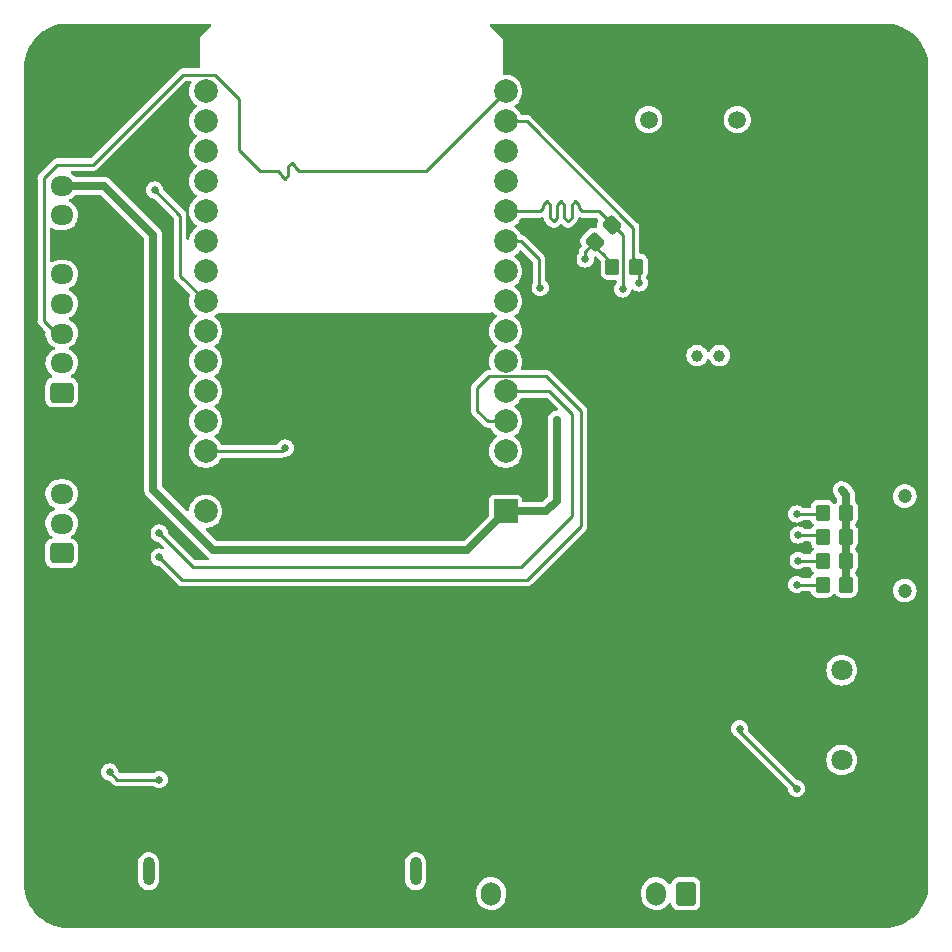
<source format=gbl>
G04 #@! TF.GenerationSoftware,KiCad,Pcbnew,7.0.8*
G04 #@! TF.CreationDate,2023-10-27T20:47:02+03:00*
G04 #@! TF.ProjectId,door-lock-pcb,646f6f72-2d6c-46f6-936b-2d7063622e6b,rev?*
G04 #@! TF.SameCoordinates,Original*
G04 #@! TF.FileFunction,Copper,L2,Bot*
G04 #@! TF.FilePolarity,Positive*
%FSLAX46Y46*%
G04 Gerber Fmt 4.6, Leading zero omitted, Abs format (unit mm)*
G04 Created by KiCad (PCBNEW 7.0.8) date 2023-10-27 20:47:02*
%MOMM*%
%LPD*%
G01*
G04 APERTURE LIST*
G04 Aperture macros list*
%AMRoundRect*
0 Rectangle with rounded corners*
0 $1 Rounding radius*
0 $2 $3 $4 $5 $6 $7 $8 $9 X,Y pos of 4 corners*
0 Add a 4 corners polygon primitive as box body*
4,1,4,$2,$3,$4,$5,$6,$7,$8,$9,$2,$3,0*
0 Add four circle primitives for the rounded corners*
1,1,$1+$1,$2,$3*
1,1,$1+$1,$4,$5*
1,1,$1+$1,$6,$7*
1,1,$1+$1,$8,$9*
0 Add four rect primitives between the rounded corners*
20,1,$1+$1,$2,$3,$4,$5,0*
20,1,$1+$1,$4,$5,$6,$7,0*
20,1,$1+$1,$6,$7,$8,$9,0*
20,1,$1+$1,$8,$9,$2,$3,0*%
G04 Aperture macros list end*
G04 #@! TA.AperFunction,ComponentPad*
%ADD10R,2.000000X2.000000*%
G04 #@! TD*
G04 #@! TA.AperFunction,ComponentPad*
%ADD11C,2.000000*%
G04 #@! TD*
G04 #@! TA.AperFunction,ComponentPad*
%ADD12C,1.800000*%
G04 #@! TD*
G04 #@! TA.AperFunction,ComponentPad*
%ADD13C,0.800000*%
G04 #@! TD*
G04 #@! TA.AperFunction,ComponentPad*
%ADD14C,6.400000*%
G04 #@! TD*
G04 #@! TA.AperFunction,ComponentPad*
%ADD15RoundRect,0.250000X0.725000X-0.600000X0.725000X0.600000X-0.725000X0.600000X-0.725000X-0.600000X0*%
G04 #@! TD*
G04 #@! TA.AperFunction,ComponentPad*
%ADD16O,1.950000X1.700000*%
G04 #@! TD*
G04 #@! TA.AperFunction,ComponentPad*
%ADD17C,1.200000*%
G04 #@! TD*
G04 #@! TA.AperFunction,ComponentPad*
%ADD18RoundRect,0.250000X0.600000X0.750000X-0.600000X0.750000X-0.600000X-0.750000X0.600000X-0.750000X0*%
G04 #@! TD*
G04 #@! TA.AperFunction,ComponentPad*
%ADD19O,1.700000X2.000000*%
G04 #@! TD*
G04 #@! TA.AperFunction,ComponentPad*
%ADD20O,1.000000X2.400000*%
G04 #@! TD*
G04 #@! TA.AperFunction,ComponentPad*
%ADD21C,1.000000*%
G04 #@! TD*
G04 #@! TA.AperFunction,ComponentPad*
%ADD22C,1.500000*%
G04 #@! TD*
G04 #@! TA.AperFunction,SMDPad,CuDef*
%ADD23RoundRect,0.250000X0.350000X0.450000X-0.350000X0.450000X-0.350000X-0.450000X0.350000X-0.450000X0*%
G04 #@! TD*
G04 #@! TA.AperFunction,SMDPad,CuDef*
%ADD24RoundRect,0.250000X-0.350000X-0.450000X0.350000X-0.450000X0.350000X0.450000X-0.350000X0.450000X0*%
G04 #@! TD*
G04 #@! TA.AperFunction,SMDPad,CuDef*
%ADD25RoundRect,0.250000X-0.070711X0.565685X-0.565685X0.070711X0.070711X-0.565685X0.565685X-0.070711X0*%
G04 #@! TD*
G04 #@! TA.AperFunction,ViaPad*
%ADD26C,0.650000*%
G04 #@! TD*
G04 #@! TA.AperFunction,Conductor*
%ADD27C,0.250000*%
G04 #@! TD*
G04 #@! TA.AperFunction,Conductor*
%ADD28C,0.700000*%
G04 #@! TD*
G04 APERTURE END LIST*
D10*
X165481000Y-101621000D03*
D11*
X165481000Y-99081000D03*
X165481000Y-96541000D03*
X165481000Y-94001000D03*
X165481000Y-91461000D03*
X165481000Y-88921000D03*
X165481000Y-86381000D03*
X165481000Y-83841000D03*
X165481000Y-81301000D03*
X165481000Y-78761000D03*
X165481000Y-76221000D03*
X165481000Y-73681000D03*
X165481000Y-71141000D03*
X165481000Y-68601000D03*
X165481000Y-66061000D03*
X140081000Y-66061000D03*
X140081000Y-68601000D03*
X140081000Y-71141000D03*
X140081000Y-73681000D03*
X140081000Y-76221000D03*
X140081000Y-78761000D03*
X140081000Y-81301000D03*
X140081000Y-83841000D03*
X140081000Y-86381000D03*
X140081000Y-88921000D03*
X140081000Y-91461000D03*
X140081000Y-94001000D03*
X140081000Y-96541000D03*
X140081000Y-99081000D03*
X140081000Y-101621000D03*
D12*
X193929000Y-122672000D03*
X193929000Y-115072000D03*
D13*
X127694056Y-131525944D03*
X128397000Y-129828888D03*
X128397000Y-133223000D03*
X130094056Y-129125944D03*
D14*
X130094056Y-131525944D03*
D13*
X130094056Y-133925944D03*
X131791112Y-129828888D03*
X131791112Y-133223000D03*
X132494056Y-131525944D03*
D15*
X127889000Y-91567000D03*
D16*
X127889000Y-89067000D03*
X127889000Y-86567000D03*
X127889000Y-84067000D03*
X127889000Y-81567000D03*
X127889000Y-79067000D03*
X127889000Y-76567000D03*
X127889000Y-74067000D03*
D17*
X199263000Y-108328000D03*
X199263000Y-100328000D03*
D13*
X193514944Y-131525944D03*
X194217888Y-129828888D03*
X194217888Y-133223000D03*
X195914944Y-129125944D03*
D14*
X195914944Y-131525944D03*
D13*
X195914944Y-133925944D03*
X197612000Y-129828888D03*
X197612000Y-133223000D03*
X198314944Y-131525944D03*
D18*
X166751000Y-133985000D03*
D19*
X164251000Y-133985000D03*
D13*
X127694056Y-65705056D03*
X128397000Y-64008000D03*
X128397000Y-67402112D03*
X130094056Y-63305056D03*
D14*
X130094056Y-65705056D03*
D13*
X130094056Y-68105056D03*
X131791112Y-64008000D03*
X131791112Y-67402112D03*
X132494056Y-65705056D03*
D20*
X157861000Y-132080000D03*
X135255000Y-132080000D03*
D13*
X193514944Y-65705056D03*
X194217888Y-64008000D03*
X194217888Y-67402112D03*
X195914944Y-63305056D03*
D14*
X195914944Y-65705056D03*
D13*
X195914944Y-68105056D03*
X197612000Y-64008000D03*
X197612000Y-67402112D03*
X198314944Y-65705056D03*
D18*
X180721000Y-133985000D03*
D19*
X178221000Y-133985000D03*
D21*
X183576000Y-88435000D03*
X181676000Y-88435000D03*
D15*
X127883500Y-105163000D03*
D16*
X127883500Y-102663000D03*
X127883500Y-100163000D03*
X127883500Y-97663000D03*
D22*
X177583000Y-68453000D03*
X185083000Y-68453000D03*
D23*
X176514000Y-80899000D03*
X174514000Y-80899000D03*
D24*
X192310000Y-103759000D03*
X194310000Y-103759000D03*
X192310000Y-107823000D03*
X194310000Y-107823000D03*
D25*
X174443107Y-77397893D03*
X173028893Y-78812107D03*
D24*
X192310000Y-105791000D03*
X194310000Y-105791000D03*
X192310000Y-101727000D03*
X194310000Y-101727000D03*
D26*
X166370000Y-119634000D03*
X168148000Y-117864876D03*
X166370000Y-117856000D03*
X168148000Y-119634000D03*
X163322000Y-119634000D03*
X165100000Y-117864876D03*
X163322000Y-117856000D03*
X165100000Y-119634000D03*
X158242000Y-119634000D03*
X160020000Y-117864876D03*
X158242000Y-117856000D03*
X160020000Y-119634000D03*
X185293000Y-120015000D03*
X187325000Y-118110000D03*
X179197000Y-116713000D03*
X180213000Y-120015000D03*
X183388000Y-95885000D03*
X155194000Y-119634000D03*
X155194000Y-117856000D03*
X156972000Y-117864876D03*
X156972000Y-119634000D03*
X142628999Y-124160000D03*
X186055000Y-114808000D03*
X138176000Y-118364000D03*
X186055000Y-128524000D03*
X136525000Y-118999000D03*
X198120000Y-112268000D03*
X190754000Y-111252000D03*
X199263000Y-96774000D03*
X188468000Y-70358000D03*
X184785000Y-128524000D03*
X126746000Y-122301000D03*
X176784000Y-85344000D03*
X183642000Y-128524000D03*
X190627000Y-96647000D03*
X186563000Y-106680000D03*
X176784000Y-88392000D03*
X190119000Y-101854000D03*
X190246000Y-105791000D03*
X190246000Y-103632000D03*
X146812000Y-96266000D03*
X190119000Y-107823000D03*
X135763000Y-74422000D03*
X169799000Y-93853000D03*
X172212000Y-80264000D03*
X193929000Y-99822000D03*
X168402000Y-82677000D03*
X176784000Y-82296000D03*
X175387000Y-82804000D03*
X131953000Y-123698000D03*
X136144000Y-124333000D03*
X136138500Y-105497000D03*
X136138500Y-103465000D03*
X190119000Y-125095000D03*
D27*
X185166000Y-120142000D02*
X185293000Y-120015000D01*
X185166000Y-120142000D02*
X190119000Y-125095000D01*
X192183000Y-101854000D02*
X192310000Y-101727000D01*
X190119000Y-101854000D02*
X192183000Y-101854000D01*
X190246000Y-105791000D02*
X192310000Y-105791000D01*
X146812000Y-96266000D02*
X146537000Y-96541000D01*
X190246000Y-103632000D02*
X192183000Y-103632000D01*
X146537000Y-96541000D02*
X140081000Y-96541000D01*
X192183000Y-103632000D02*
X192310000Y-103759000D01*
X190119000Y-107823000D02*
X192310000Y-107823000D01*
X135763000Y-74422000D02*
X137922000Y-76581000D01*
X137922000Y-76581000D02*
X137922000Y-81682000D01*
X137922000Y-81682000D02*
X140081000Y-83841000D01*
D28*
X194310000Y-101727000D02*
X194310000Y-100203000D01*
X135636000Y-99822000D02*
X140716000Y-104902000D01*
X127889000Y-74067000D02*
X131471000Y-74067000D01*
X140716000Y-104902000D02*
X162200000Y-104902000D01*
X194310000Y-107823000D02*
X194310000Y-101727000D01*
D27*
X172901893Y-78939107D02*
X172901893Y-79032893D01*
X172901893Y-79032893D02*
X173680500Y-79811500D01*
D28*
X169799000Y-93853000D02*
X169799000Y-100711000D01*
X168889000Y-101621000D02*
X165481000Y-101621000D01*
X169799000Y-100711000D02*
X168889000Y-101621000D01*
X162200000Y-104902000D02*
X165481000Y-101621000D01*
D27*
X172212000Y-80264000D02*
X172212000Y-79629000D01*
D28*
X135636000Y-78232000D02*
X135636000Y-99822000D01*
D27*
X172212000Y-79629000D02*
X172901893Y-78939107D01*
D28*
X131471000Y-74067000D02*
X135636000Y-78232000D01*
D27*
X173680500Y-79811500D02*
X174514000Y-80645000D01*
D28*
X194310000Y-100203000D02*
X193929000Y-99822000D01*
D27*
X127508000Y-72263000D02*
X130556000Y-72263000D01*
X142875000Y-70993000D02*
X144653000Y-72771000D01*
X147377000Y-72096911D02*
X147677000Y-72396911D01*
X126365000Y-85471000D02*
X126365000Y-73406000D01*
X158771000Y-72771000D02*
X165481000Y-66061000D01*
X147677000Y-72471000D02*
X147977000Y-72771000D01*
X147077000Y-72396911D02*
X147377000Y-72096911D01*
X127889000Y-86567000D02*
X127461000Y-86567000D01*
X146477000Y-73071000D02*
X146477000Y-73145102D01*
X127461000Y-86567000D02*
X126365000Y-85471000D01*
X147077000Y-73145102D02*
X147077000Y-72396911D01*
X146477000Y-73145102D02*
X146777000Y-73445102D01*
X147977000Y-72771000D02*
X158771000Y-72771000D01*
X138176000Y-64643000D02*
X140843000Y-64643000D01*
X140843000Y-64643000D02*
X142875000Y-66675000D01*
X147677000Y-72396911D02*
X147677000Y-72471000D01*
X144653000Y-72771000D02*
X146177000Y-72771000D01*
X146177000Y-72771000D02*
X146477000Y-73071000D01*
X142875000Y-66675000D02*
X142875000Y-70993000D01*
X130556000Y-72263000D02*
X138176000Y-64643000D01*
X126365000Y-73406000D02*
X127508000Y-72263000D01*
X146777000Y-73445102D02*
X147077000Y-73145102D01*
X168275000Y-82550000D02*
X168275000Y-80264000D01*
X168402000Y-82677000D02*
X168275000Y-82550000D01*
X166772000Y-78761000D02*
X165481000Y-78761000D01*
X168275000Y-80264000D02*
X166772000Y-78761000D01*
X176276000Y-80137000D02*
X176276000Y-77597000D01*
X176784000Y-80645000D02*
X176276000Y-80137000D01*
X167280000Y-68601000D02*
X165481000Y-68601000D01*
X176784000Y-82296000D02*
X176784000Y-80645000D01*
X176276000Y-77597000D02*
X167280000Y-68601000D01*
X171658000Y-75662477D02*
X171358000Y-75362477D01*
X168658000Y-75921000D02*
X168358000Y-76221000D01*
X168658000Y-75662477D02*
X168658000Y-75921000D01*
X170158000Y-75362491D02*
X169858000Y-75662491D01*
X168958000Y-75362477D02*
X168658000Y-75662477D01*
X170458000Y-75662491D02*
X170158000Y-75362491D01*
X168358000Y-76221000D02*
X165481000Y-76221000D01*
X169858000Y-76779509D02*
X169558000Y-77079509D01*
X169558000Y-77079509D02*
X169258000Y-76779509D01*
X173376000Y-76221000D02*
X171958000Y-76221000D01*
X171058000Y-75662477D02*
X171058000Y-76779509D01*
X171958000Y-76221000D02*
X171658000Y-75921000D01*
X171058000Y-76779509D02*
X170758000Y-77079509D01*
X170758000Y-77079509D02*
X170458000Y-76779509D01*
X169258000Y-76779509D02*
X169258000Y-75662477D01*
X169858000Y-75662491D02*
X169858000Y-76779509D01*
X169258000Y-75662477D02*
X168958000Y-75362477D01*
X170458000Y-76779509D02*
X170458000Y-75662491D01*
X175387000Y-82804000D02*
X175387000Y-78232000D01*
X171658000Y-75921000D02*
X171658000Y-75662477D01*
X171358000Y-75362477D02*
X171058000Y-75662477D01*
X175387000Y-78232000D02*
X173376000Y-76221000D01*
X136144000Y-124333000D02*
X132588000Y-124333000D01*
X132588000Y-124333000D02*
X131953000Y-123698000D01*
X163068000Y-93091000D02*
X163978000Y-94001000D01*
X171831000Y-102870000D02*
X171831000Y-93091000D01*
X136138500Y-105497000D02*
X138083500Y-107442000D01*
X163068000Y-91186000D02*
X163068000Y-93091000D01*
X168926000Y-90186000D02*
X164068000Y-90186000D01*
X167259000Y-107442000D02*
X171831000Y-102870000D01*
X164068000Y-90186000D02*
X163068000Y-91186000D01*
X163978000Y-94001000D02*
X165481000Y-94001000D01*
X171831000Y-93091000D02*
X168926000Y-90186000D01*
X138083500Y-107442000D02*
X167259000Y-107442000D01*
X171069000Y-93345000D02*
X171069000Y-101981000D01*
X138972500Y-106299000D02*
X136138500Y-103465000D01*
X165481000Y-91461000D02*
X169185000Y-91461000D01*
X171069000Y-101981000D02*
X166751000Y-106299000D01*
X169185000Y-91461000D02*
X171069000Y-93345000D01*
X166751000Y-106299000D02*
X138972500Y-106299000D01*
G04 #@! TA.AperFunction,Conductor*
G36*
X140487977Y-60340385D02*
G01*
X140533732Y-60393189D01*
X140543676Y-60462347D01*
X140514651Y-60525903D01*
X140508619Y-60532381D01*
X139573000Y-61467999D01*
X139573000Y-63993500D01*
X139553315Y-64060539D01*
X139500511Y-64106294D01*
X139449000Y-64117500D01*
X138184984Y-64117500D01*
X138121755Y-64115340D01*
X138121754Y-64115340D01*
X138121751Y-64115340D01*
X138080846Y-64125308D01*
X138074608Y-64126493D01*
X138032890Y-64132228D01*
X138017610Y-64138865D01*
X137997576Y-64145602D01*
X137981406Y-64149542D01*
X137944702Y-64170178D01*
X137939016Y-64173002D01*
X137900394Y-64189778D01*
X137900393Y-64189779D01*
X137887467Y-64200294D01*
X137870002Y-64212180D01*
X137855491Y-64220340D01*
X137825716Y-64250114D01*
X137821002Y-64254368D01*
X137788336Y-64280944D01*
X137788335Y-64280944D01*
X137778728Y-64294554D01*
X137765109Y-64310720D01*
X130374650Y-71701181D01*
X130313327Y-71734666D01*
X130286969Y-71737500D01*
X127516984Y-71737500D01*
X127453755Y-71735340D01*
X127453754Y-71735340D01*
X127453752Y-71735340D01*
X127412848Y-71745308D01*
X127406610Y-71746493D01*
X127364887Y-71752229D01*
X127349611Y-71758864D01*
X127329585Y-71765599D01*
X127313407Y-71769542D01*
X127313404Y-71769544D01*
X127276710Y-71790175D01*
X127271023Y-71792999D01*
X127232395Y-71809778D01*
X127232391Y-71809780D01*
X127219471Y-71820292D01*
X127201991Y-71832188D01*
X127187490Y-71840341D01*
X127187485Y-71840344D01*
X127157715Y-71870113D01*
X127153002Y-71874367D01*
X127120335Y-71900945D01*
X127110728Y-71914554D01*
X127097109Y-71930720D01*
X125999771Y-73028059D01*
X125953531Y-73071243D01*
X125931653Y-73107221D01*
X125928080Y-73112470D01*
X125902638Y-73146020D01*
X125902633Y-73146029D01*
X125896525Y-73161517D01*
X125887125Y-73180442D01*
X125878477Y-73194664D01*
X125878474Y-73194670D01*
X125867114Y-73235211D01*
X125865091Y-73241228D01*
X125849641Y-73280409D01*
X125849640Y-73280411D01*
X125847937Y-73296976D01*
X125843991Y-73317739D01*
X125839500Y-73333767D01*
X125839500Y-73375879D01*
X125839175Y-73382223D01*
X125834869Y-73424107D01*
X125834869Y-73424111D01*
X125837697Y-73440511D01*
X125839500Y-73461580D01*
X125839500Y-85462016D01*
X125838643Y-85487119D01*
X125837340Y-85525250D01*
X125847308Y-85566153D01*
X125848494Y-85572394D01*
X125854228Y-85614109D01*
X125860864Y-85629387D01*
X125867602Y-85649424D01*
X125871542Y-85665593D01*
X125871543Y-85665594D01*
X125892175Y-85702289D01*
X125895000Y-85707977D01*
X125911782Y-85746611D01*
X125922283Y-85759518D01*
X125934183Y-85777001D01*
X125942342Y-85791512D01*
X125972115Y-85821285D01*
X125976372Y-85826002D01*
X126002946Y-85858665D01*
X126016547Y-85868265D01*
X126032709Y-85881879D01*
X126300522Y-86149691D01*
X126482430Y-86331599D01*
X126515915Y-86392922D01*
X126518624Y-86424843D01*
X126510205Y-86612305D01*
X126509710Y-86623330D01*
X126539925Y-86846387D01*
X126539926Y-86846390D01*
X126609483Y-87060465D01*
X126716146Y-87258678D01*
X126716148Y-87258681D01*
X126856489Y-87434663D01*
X126856491Y-87434664D01*
X126856492Y-87434666D01*
X127026004Y-87582765D01*
X127219236Y-87698215D01*
X127231420Y-87702787D01*
X127287267Y-87744771D01*
X127311551Y-87810285D01*
X127296560Y-87878528D01*
X127247055Y-87927833D01*
X127241651Y-87930600D01*
X127120029Y-87989169D01*
X127120025Y-87989171D01*
X126937927Y-88121473D01*
X126937925Y-88121474D01*
X126782366Y-88284176D01*
X126658363Y-88472033D01*
X126569899Y-88679004D01*
X126569895Y-88679017D01*
X126519810Y-88898457D01*
X126519808Y-88898468D01*
X126509710Y-89123325D01*
X126509710Y-89123330D01*
X126539925Y-89346387D01*
X126539926Y-89346390D01*
X126609483Y-89560465D01*
X126716146Y-89758678D01*
X126716148Y-89758681D01*
X126856489Y-89934663D01*
X126856491Y-89934664D01*
X126856492Y-89934666D01*
X126879669Y-89954915D01*
X127026000Y-90082762D01*
X127026001Y-90082763D01*
X127026004Y-90082765D01*
X127059600Y-90102838D01*
X127107052Y-90154119D01*
X127119247Y-90222916D01*
X127092312Y-90287385D01*
X127034798Y-90327058D01*
X127030595Y-90328360D01*
X126903604Y-90365254D01*
X126903603Y-90365255D01*
X126762137Y-90448917D01*
X126762129Y-90448923D01*
X126645923Y-90565129D01*
X126645917Y-90565137D01*
X126562255Y-90706603D01*
X126562254Y-90706606D01*
X126516402Y-90864426D01*
X126516401Y-90864432D01*
X126513500Y-90901304D01*
X126513500Y-92232696D01*
X126516401Y-92269567D01*
X126516402Y-92269573D01*
X126562254Y-92427393D01*
X126562255Y-92427396D01*
X126645917Y-92568862D01*
X126645923Y-92568870D01*
X126762129Y-92685076D01*
X126762133Y-92685079D01*
X126762135Y-92685081D01*
X126903602Y-92768744D01*
X126945224Y-92780836D01*
X127061426Y-92814597D01*
X127061429Y-92814597D01*
X127061431Y-92814598D01*
X127073722Y-92815565D01*
X127098304Y-92817500D01*
X127098306Y-92817500D01*
X128679696Y-92817500D01*
X128698131Y-92816049D01*
X128716569Y-92814598D01*
X128716571Y-92814597D01*
X128716573Y-92814597D01*
X128758313Y-92802470D01*
X128874398Y-92768744D01*
X129015865Y-92685081D01*
X129132081Y-92568865D01*
X129215744Y-92427398D01*
X129261598Y-92269569D01*
X129264500Y-92232694D01*
X129264500Y-90901306D01*
X129263605Y-90889939D01*
X129261598Y-90864432D01*
X129261597Y-90864426D01*
X129215745Y-90706606D01*
X129215744Y-90706603D01*
X129215744Y-90706602D01*
X129132081Y-90565135D01*
X129132079Y-90565133D01*
X129132076Y-90565129D01*
X129015870Y-90448923D01*
X129015862Y-90448917D01*
X128874396Y-90365255D01*
X128874393Y-90365253D01*
X128746132Y-90327990D01*
X128687246Y-90290384D01*
X128658040Y-90226911D01*
X128667786Y-90157724D01*
X128707840Y-90108598D01*
X128840078Y-90012522D01*
X128995632Y-89849825D01*
X129119635Y-89661968D01*
X129120263Y-89660500D01*
X129208100Y-89454995D01*
X129208099Y-89454995D01*
X129208103Y-89454988D01*
X129258191Y-89235537D01*
X129268290Y-89010670D01*
X129238075Y-88787613D01*
X129168517Y-88573536D01*
X129061852Y-88375319D01*
X128989167Y-88284175D01*
X128921510Y-88199336D01*
X128921508Y-88199334D01*
X128751996Y-88051235D01*
X128558764Y-87935785D01*
X128558763Y-87935784D01*
X128558762Y-87935784D01*
X128546577Y-87931211D01*
X128490730Y-87889225D01*
X128466448Y-87823710D01*
X128481441Y-87755468D01*
X128530948Y-87706165D01*
X128536314Y-87703416D01*
X128657973Y-87644829D01*
X128840078Y-87512522D01*
X128995632Y-87349825D01*
X129119635Y-87161968D01*
X129208103Y-86954988D01*
X129258191Y-86735537D01*
X129268290Y-86510670D01*
X129238075Y-86287613D01*
X129168517Y-86073536D01*
X129061852Y-85875319D01*
X128976071Y-85767753D01*
X128921510Y-85699336D01*
X128921508Y-85699334D01*
X128751996Y-85551235D01*
X128558764Y-85435785D01*
X128558763Y-85435784D01*
X128558762Y-85435784D01*
X128546577Y-85431211D01*
X128490730Y-85389225D01*
X128466448Y-85323710D01*
X128481441Y-85255468D01*
X128530948Y-85206165D01*
X128536314Y-85203416D01*
X128657973Y-85144829D01*
X128840078Y-85012522D01*
X128995632Y-84849825D01*
X129119635Y-84661968D01*
X129208103Y-84454988D01*
X129258191Y-84235537D01*
X129268290Y-84010670D01*
X129238075Y-83787613D01*
X129168517Y-83573536D01*
X129061852Y-83375319D01*
X128960164Y-83247807D01*
X128921510Y-83199336D01*
X128921508Y-83199334D01*
X128751996Y-83051235D01*
X128558764Y-82935785D01*
X128558763Y-82935784D01*
X128558762Y-82935784D01*
X128546577Y-82931211D01*
X128490730Y-82889225D01*
X128466448Y-82823710D01*
X128481441Y-82755468D01*
X128530948Y-82706165D01*
X128536314Y-82703416D01*
X128657973Y-82644829D01*
X128840078Y-82512522D01*
X128995632Y-82349825D01*
X129119635Y-82161968D01*
X129175065Y-82032285D01*
X129208100Y-81954995D01*
X129208099Y-81954995D01*
X129208103Y-81954988D01*
X129258191Y-81735537D01*
X129268290Y-81510670D01*
X129238075Y-81287613D01*
X129168517Y-81073536D01*
X129061852Y-80875319D01*
X128921508Y-80699334D01*
X128751996Y-80551235D01*
X128558764Y-80435785D01*
X128440775Y-80391503D01*
X128348023Y-80356692D01*
X128126550Y-80316500D01*
X128126547Y-80316500D01*
X127707845Y-80316500D01*
X127669399Y-80319960D01*
X127539813Y-80331622D01*
X127539807Y-80331623D01*
X127322839Y-80391503D01*
X127322826Y-80391508D01*
X127120033Y-80489167D01*
X127120027Y-80489170D01*
X127087384Y-80512887D01*
X127021577Y-80536366D01*
X126953523Y-80520540D01*
X126904829Y-80470433D01*
X126890500Y-80412568D01*
X126890500Y-77720337D01*
X126910185Y-77653298D01*
X126962989Y-77607543D01*
X127032147Y-77597599D01*
X127078097Y-77613888D01*
X127144057Y-77653298D01*
X127219228Y-77698211D01*
X127219230Y-77698211D01*
X127219236Y-77698215D01*
X127392764Y-77763341D01*
X127429976Y-77777307D01*
X127651450Y-77817500D01*
X127651453Y-77817500D01*
X128070148Y-77817500D01*
X128070155Y-77817500D01*
X128238188Y-77802377D01*
X128238192Y-77802376D01*
X128455160Y-77742496D01*
X128455162Y-77742495D01*
X128455170Y-77742493D01*
X128657973Y-77644829D01*
X128840078Y-77512522D01*
X128995632Y-77349825D01*
X129119635Y-77161968D01*
X129152898Y-77084147D01*
X129208100Y-76954995D01*
X129208099Y-76954995D01*
X129208103Y-76954988D01*
X129258191Y-76735537D01*
X129268290Y-76510670D01*
X129238075Y-76287613D01*
X129168517Y-76073536D01*
X129061852Y-75875319D01*
X128968800Y-75758636D01*
X128921510Y-75699336D01*
X128921508Y-75699334D01*
X128751996Y-75551235D01*
X128558764Y-75435785D01*
X128558763Y-75435784D01*
X128558762Y-75435784D01*
X128546577Y-75431211D01*
X128490730Y-75389225D01*
X128466448Y-75323710D01*
X128481441Y-75255468D01*
X128530948Y-75206165D01*
X128536314Y-75203416D01*
X128657973Y-75144829D01*
X128840078Y-75012522D01*
X128989911Y-74855808D01*
X129050466Y-74820956D01*
X129079537Y-74817500D01*
X131108770Y-74817500D01*
X131175809Y-74837185D01*
X131196451Y-74853819D01*
X134849181Y-78506548D01*
X134882666Y-78567871D01*
X134885500Y-78594229D01*
X134885500Y-99758294D01*
X134884191Y-99776263D01*
X134880710Y-99800025D01*
X134885264Y-99852064D01*
X134885500Y-99857470D01*
X134885500Y-99865709D01*
X134887592Y-99883613D01*
X134889306Y-99898274D01*
X134896000Y-99974791D01*
X134897461Y-99981867D01*
X134897403Y-99981878D01*
X134899034Y-99989237D01*
X134899092Y-99989224D01*
X134900757Y-99996250D01*
X134927025Y-100068424D01*
X134951185Y-100141331D01*
X134954236Y-100147874D01*
X134954182Y-100147898D01*
X134957470Y-100154688D01*
X134957521Y-100154663D01*
X134960761Y-100161113D01*
X134960762Y-100161114D01*
X134960763Y-100161117D01*
X134987299Y-100201464D01*
X135002965Y-100225283D01*
X135043287Y-100290655D01*
X135047766Y-100296319D01*
X135047719Y-100296356D01*
X135052482Y-100302202D01*
X135052528Y-100302164D01*
X135057173Y-100307700D01*
X135113017Y-100360385D01*
X140140270Y-105387638D01*
X140152051Y-105401270D01*
X140166388Y-105420528D01*
X140166389Y-105420529D01*
X140166390Y-105420530D01*
X140175472Y-105428150D01*
X140206409Y-105454111D01*
X140210397Y-105457766D01*
X140216216Y-105463585D01*
X140216220Y-105463588D01*
X140216223Y-105463591D01*
X140241959Y-105483940D01*
X140300786Y-105533302D01*
X140300787Y-105533302D01*
X140300789Y-105533304D01*
X140306818Y-105537270D01*
X140306785Y-105537319D01*
X140313143Y-105541369D01*
X140313175Y-105541319D01*
X140317457Y-105543960D01*
X140317789Y-105544329D01*
X140320602Y-105546121D01*
X140324994Y-105549594D01*
X140323838Y-105551054D01*
X140364183Y-105595906D01*
X140375407Y-105664868D01*
X140347565Y-105728951D01*
X140289498Y-105767809D01*
X140252363Y-105773500D01*
X139241531Y-105773500D01*
X139174492Y-105753815D01*
X139153850Y-105737181D01*
X136897611Y-103480942D01*
X136864126Y-103419619D01*
X136862072Y-103407144D01*
X136850287Y-103302546D01*
X136850286Y-103302541D01*
X136850286Y-103302539D01*
X136796289Y-103148225D01*
X136709308Y-103009796D01*
X136593704Y-102894192D01*
X136500276Y-102835487D01*
X136455274Y-102807210D01*
X136300955Y-102753212D01*
X136138504Y-102734909D01*
X136138496Y-102734909D01*
X135976044Y-102753212D01*
X135821725Y-102807210D01*
X135683295Y-102894192D01*
X135567692Y-103009795D01*
X135480710Y-103148225D01*
X135426712Y-103302544D01*
X135408409Y-103464996D01*
X135408409Y-103465003D01*
X135426712Y-103627455D01*
X135480710Y-103781774D01*
X135544557Y-103883385D01*
X135567692Y-103920204D01*
X135683296Y-104035808D01*
X135821725Y-104122789D01*
X135976039Y-104176786D01*
X135976043Y-104176786D01*
X135976046Y-104176787D01*
X136080643Y-104188572D01*
X136145057Y-104215638D01*
X136154441Y-104224111D01*
X136554541Y-104624211D01*
X136588026Y-104685534D01*
X136583042Y-104755226D01*
X136541170Y-104811159D01*
X136475706Y-104835576D01*
X136425906Y-104828934D01*
X136300955Y-104785212D01*
X136138504Y-104766909D01*
X136138496Y-104766909D01*
X135976044Y-104785212D01*
X135821725Y-104839210D01*
X135683295Y-104926192D01*
X135567692Y-105041795D01*
X135480710Y-105180225D01*
X135426712Y-105334544D01*
X135408409Y-105496996D01*
X135408409Y-105497003D01*
X135426712Y-105659455D01*
X135480710Y-105813774D01*
X135513254Y-105865567D01*
X135567692Y-105952204D01*
X135683296Y-106067808D01*
X135821725Y-106154789D01*
X135976039Y-106208786D01*
X135976043Y-106208786D01*
X135976046Y-106208787D01*
X136080643Y-106220572D01*
X136145057Y-106247638D01*
X136154441Y-106256111D01*
X137705559Y-107807228D01*
X137748745Y-107853469D01*
X137784722Y-107875346D01*
X137789966Y-107878915D01*
X137823525Y-107904364D01*
X137839012Y-107910471D01*
X137857952Y-107919878D01*
X137872169Y-107928524D01*
X137872172Y-107928526D01*
X137896909Y-107935457D01*
X137912718Y-107939887D01*
X137918735Y-107941910D01*
X137957910Y-107957359D01*
X137974477Y-107959061D01*
X137995241Y-107963008D01*
X138011272Y-107967500D01*
X138053379Y-107967500D01*
X138059720Y-107967824D01*
X138101609Y-107972131D01*
X138118013Y-107969302D01*
X138139079Y-107967500D01*
X167250016Y-107967500D01*
X167313245Y-107969660D01*
X167354169Y-107959686D01*
X167360368Y-107958507D01*
X167402111Y-107952771D01*
X167417386Y-107946135D01*
X167437421Y-107939397D01*
X167453594Y-107935457D01*
X167490316Y-107914808D01*
X167495955Y-107912007D01*
X167534609Y-107895219D01*
X167547528Y-107884707D01*
X167564997Y-107872818D01*
X167579512Y-107864658D01*
X167609298Y-107834870D01*
X167613999Y-107830628D01*
X167623372Y-107823003D01*
X189388909Y-107823003D01*
X189407212Y-107985455D01*
X189461210Y-108139774D01*
X189531804Y-108252123D01*
X189548192Y-108278204D01*
X189663796Y-108393808D01*
X189802225Y-108480789D01*
X189956539Y-108534786D01*
X189956542Y-108534786D01*
X189956544Y-108534787D01*
X190118996Y-108553091D01*
X190119000Y-108553091D01*
X190119004Y-108553091D01*
X190281455Y-108534787D01*
X190281456Y-108534786D01*
X190281461Y-108534786D01*
X190435775Y-108480789D01*
X190574204Y-108393808D01*
X190583193Y-108384819D01*
X190644516Y-108351334D01*
X190670874Y-108348500D01*
X191211436Y-108348500D01*
X191278475Y-108368185D01*
X191324230Y-108420989D01*
X191330512Y-108437905D01*
X191358254Y-108533393D01*
X191358255Y-108533396D01*
X191358256Y-108533398D01*
X191363122Y-108541626D01*
X191441917Y-108674862D01*
X191441923Y-108674870D01*
X191558129Y-108791076D01*
X191558133Y-108791079D01*
X191558135Y-108791081D01*
X191699602Y-108874744D01*
X191728253Y-108883068D01*
X191857426Y-108920597D01*
X191857429Y-108920597D01*
X191857431Y-108920598D01*
X191869722Y-108921565D01*
X191894304Y-108923500D01*
X191894306Y-108923500D01*
X192725696Y-108923500D01*
X192744131Y-108922049D01*
X192762569Y-108920598D01*
X192762571Y-108920597D01*
X192762573Y-108920597D01*
X192804191Y-108908505D01*
X192920398Y-108874744D01*
X193061865Y-108791081D01*
X193178081Y-108674865D01*
X193203268Y-108632276D01*
X193254337Y-108584593D01*
X193323078Y-108572089D01*
X193387668Y-108598734D01*
X193416732Y-108632276D01*
X193441917Y-108674862D01*
X193441923Y-108674870D01*
X193558129Y-108791076D01*
X193558133Y-108791079D01*
X193558135Y-108791081D01*
X193699602Y-108874744D01*
X193728253Y-108883068D01*
X193857426Y-108920597D01*
X193857429Y-108920597D01*
X193857431Y-108920598D01*
X193869722Y-108921565D01*
X193894304Y-108923500D01*
X193894306Y-108923500D01*
X194725696Y-108923500D01*
X194744131Y-108922049D01*
X194762569Y-108920598D01*
X194762571Y-108920597D01*
X194762573Y-108920597D01*
X194804191Y-108908505D01*
X194920398Y-108874744D01*
X195061865Y-108791081D01*
X195178081Y-108674865D01*
X195261744Y-108533398D01*
X195307598Y-108375569D01*
X195309049Y-108357131D01*
X195310500Y-108338696D01*
X195310500Y-108328003D01*
X198257659Y-108328003D01*
X198259099Y-108342630D01*
X198259537Y-108361053D01*
X198258801Y-108375573D01*
X198258631Y-108378936D01*
X198265073Y-108420989D01*
X198269703Y-108451214D01*
X198270119Y-108454524D01*
X198276975Y-108524131D01*
X198282282Y-108541626D01*
X198286189Y-108558831D01*
X198289443Y-108580068D01*
X198289445Y-108580075D01*
X198313670Y-108645483D01*
X198314860Y-108649019D01*
X198334186Y-108712728D01*
X198346478Y-108735724D01*
X198349943Y-108743426D01*
X198354832Y-108756627D01*
X198360114Y-108770887D01*
X198360115Y-108770888D01*
X198360116Y-108770892D01*
X198372701Y-108791082D01*
X198395243Y-108827247D01*
X198397299Y-108830806D01*
X198427090Y-108886538D01*
X198445776Y-108909308D01*
X198450469Y-108915850D01*
X198453428Y-108920598D01*
X198467748Y-108943571D01*
X198511194Y-108989276D01*
X198514172Y-108992647D01*
X198552117Y-109038883D01*
X198577502Y-109059717D01*
X198583093Y-109064914D01*
X198607941Y-109091053D01*
X198656918Y-109125143D01*
X198660810Y-109128086D01*
X198704462Y-109163910D01*
X198736399Y-109180980D01*
X198742585Y-109184767D01*
X198762563Y-109198673D01*
X198774950Y-109207295D01*
X198774952Y-109207296D01*
X198826683Y-109229495D01*
X198831446Y-109231784D01*
X198878273Y-109256814D01*
X198916166Y-109268308D01*
X198922599Y-109270656D01*
X198961942Y-109287540D01*
X199013776Y-109298192D01*
X199019296Y-109299593D01*
X199066868Y-109314024D01*
X199109644Y-109318236D01*
X199116026Y-109319204D01*
X199130700Y-109322219D01*
X199161256Y-109328500D01*
X199161259Y-109328500D01*
X199210800Y-109328500D01*
X199216881Y-109328799D01*
X199226930Y-109329788D01*
X199263000Y-109333341D01*
X199294510Y-109330237D01*
X199308999Y-109328811D01*
X199311941Y-109328591D01*
X199313723Y-109328500D01*
X199313742Y-109328500D01*
X199362663Y-109323525D01*
X199459132Y-109314024D01*
X199459150Y-109314018D01*
X199459391Y-109313971D01*
X199465230Y-109313095D01*
X199465438Y-109313074D01*
X199557992Y-109284034D01*
X199647727Y-109256814D01*
X199647729Y-109256812D01*
X199654463Y-109254023D01*
X199659533Y-109252181D01*
X199659576Y-109252162D01*
X199659588Y-109252159D01*
X199741648Y-109206612D01*
X199821538Y-109163910D01*
X199821544Y-109163904D01*
X199826604Y-109160525D01*
X199826740Y-109160729D01*
X199837215Y-109153608D01*
X199837494Y-109153412D01*
X199837502Y-109153409D01*
X199906304Y-109094343D01*
X199973883Y-109038883D01*
X199974103Y-109038614D01*
X199989198Y-109023180D01*
X199991895Y-109020866D01*
X200045454Y-108951673D01*
X200098910Y-108886538D01*
X200100766Y-108883063D01*
X200112076Y-108865605D01*
X200116448Y-108859958D01*
X200130747Y-108830806D01*
X200153588Y-108784242D01*
X200191811Y-108712732D01*
X200191814Y-108712727D01*
X200194000Y-108705517D01*
X200201330Y-108686912D01*
X200206060Y-108677271D01*
X200226400Y-108598712D01*
X200249024Y-108524132D01*
X200250113Y-108513065D01*
X200253473Y-108494148D01*
X200257063Y-108480285D01*
X200260938Y-108403861D01*
X200261154Y-108400967D01*
X200268341Y-108328000D01*
X200266899Y-108313369D01*
X200266462Y-108294937D01*
X200267369Y-108277064D01*
X200256291Y-108204754D01*
X200255878Y-108201464D01*
X200253342Y-108175715D01*
X200249024Y-108131868D01*
X200243713Y-108114361D01*
X200239809Y-108097167D01*
X200236556Y-108075929D01*
X200212320Y-108010494D01*
X200211135Y-108006969D01*
X200204609Y-107985455D01*
X200191814Y-107943273D01*
X200179518Y-107920270D01*
X200176055Y-107912572D01*
X200165887Y-107885116D01*
X200165886Y-107885113D01*
X200130756Y-107828751D01*
X200128702Y-107825199D01*
X200110088Y-107790374D01*
X200098911Y-107769463D01*
X200098909Y-107769460D01*
X200080225Y-107746694D01*
X200075534Y-107740156D01*
X200058252Y-107712429D01*
X200014802Y-107666720D01*
X200011840Y-107663368D01*
X199973883Y-107617117D01*
X199973881Y-107617115D01*
X199973880Y-107617114D01*
X199948500Y-107596285D01*
X199942894Y-107591073D01*
X199918059Y-107564947D01*
X199869088Y-107530861D01*
X199865184Y-107527909D01*
X199821538Y-107492090D01*
X199821535Y-107492088D01*
X199821531Y-107492085D01*
X199789602Y-107475019D01*
X199783406Y-107471225D01*
X199751051Y-107448706D01*
X199699328Y-107426509D01*
X199694552Y-107424213D01*
X199647727Y-107399186D01*
X199647721Y-107399183D01*
X199609841Y-107387692D01*
X199603388Y-107385337D01*
X199564061Y-107368461D01*
X199564059Y-107368460D01*
X199564058Y-107368460D01*
X199512218Y-107357806D01*
X199506708Y-107356407D01*
X199459139Y-107341977D01*
X199459128Y-107341975D01*
X199416368Y-107337763D01*
X199409962Y-107336792D01*
X199364743Y-107327500D01*
X199364741Y-107327500D01*
X199315200Y-107327500D01*
X199309119Y-107327201D01*
X199263000Y-107322659D01*
X199217001Y-107327189D01*
X199214062Y-107327408D01*
X199212260Y-107327499D01*
X199163336Y-107332474D01*
X199066860Y-107341976D01*
X199066558Y-107342037D01*
X199060767Y-107342904D01*
X199060576Y-107342923D01*
X199060551Y-107342928D01*
X198968007Y-107371965D01*
X198878271Y-107399185D01*
X198871515Y-107401984D01*
X198866460Y-107403820D01*
X198866413Y-107403840D01*
X198784351Y-107449387D01*
X198704461Y-107492090D01*
X198699402Y-107495471D01*
X198699268Y-107495270D01*
X198688566Y-107502542D01*
X198688504Y-107502586D01*
X198619694Y-107561656D01*
X198552118Y-107617114D01*
X198552109Y-107617123D01*
X198551864Y-107617423D01*
X198536821Y-107632801D01*
X198534111Y-107635128D01*
X198534106Y-107635132D01*
X198480545Y-107704326D01*
X198427094Y-107769455D01*
X198427085Y-107769469D01*
X198425224Y-107772951D01*
X198413937Y-107790374D01*
X198409555Y-107796035D01*
X198409554Y-107796037D01*
X198372412Y-107871757D01*
X198334184Y-107943275D01*
X198331998Y-107950483D01*
X198324672Y-107969079D01*
X198319943Y-107978721D01*
X198319939Y-107978731D01*
X198299599Y-108057288D01*
X198276976Y-108131866D01*
X198275885Y-108142938D01*
X198272527Y-108161848D01*
X198268937Y-108175715D01*
X198265060Y-108252123D01*
X198264841Y-108255057D01*
X198257659Y-108327995D01*
X198257659Y-108328003D01*
X195310500Y-108328003D01*
X195310500Y-107307304D01*
X195307598Y-107270432D01*
X195307597Y-107270426D01*
X195261745Y-107112606D01*
X195261744Y-107112603D01*
X195261744Y-107112602D01*
X195178081Y-106971135D01*
X195178079Y-106971133D01*
X195178076Y-106971129D01*
X195101628Y-106894681D01*
X195068143Y-106833358D01*
X195073127Y-106763666D01*
X195101628Y-106719319D01*
X195178076Y-106642870D01*
X195178081Y-106642865D01*
X195261744Y-106501398D01*
X195307598Y-106343569D01*
X195310500Y-106306694D01*
X195310500Y-105275306D01*
X195307598Y-105238431D01*
X195290687Y-105180225D01*
X195261745Y-105080606D01*
X195261744Y-105080603D01*
X195261744Y-105080602D01*
X195178081Y-104939135D01*
X195178079Y-104939133D01*
X195178076Y-104939129D01*
X195101628Y-104862681D01*
X195068143Y-104801358D01*
X195073127Y-104731666D01*
X195101628Y-104687319D01*
X195178076Y-104610870D01*
X195178081Y-104610865D01*
X195261744Y-104469398D01*
X195307598Y-104311569D01*
X195310500Y-104274694D01*
X195310500Y-103243306D01*
X195307598Y-103206431D01*
X195307111Y-103204756D01*
X195265402Y-103061192D01*
X195261744Y-103048602D01*
X195178081Y-102907135D01*
X195178079Y-102907133D01*
X195178076Y-102907129D01*
X195101628Y-102830681D01*
X195068143Y-102769358D01*
X195073127Y-102699666D01*
X195101628Y-102655319D01*
X195178076Y-102578870D01*
X195178081Y-102578865D01*
X195261744Y-102437398D01*
X195301814Y-102299478D01*
X195307597Y-102279573D01*
X195307598Y-102279567D01*
X195310500Y-102242696D01*
X195310500Y-101211304D01*
X195307598Y-101174432D01*
X195307597Y-101174426D01*
X195261745Y-101016606D01*
X195261744Y-101016603D01*
X195261744Y-101016602D01*
X195178081Y-100875135D01*
X195178079Y-100875133D01*
X195178076Y-100875129D01*
X195096819Y-100793872D01*
X195063334Y-100732549D01*
X195060500Y-100706191D01*
X195060500Y-100328003D01*
X198257659Y-100328003D01*
X198259099Y-100342630D01*
X198259537Y-100361053D01*
X198258631Y-100378936D01*
X198264280Y-100415809D01*
X198269703Y-100451214D01*
X198270119Y-100454524D01*
X198276975Y-100524131D01*
X198282282Y-100541626D01*
X198286189Y-100558831D01*
X198289443Y-100580068D01*
X198289445Y-100580075D01*
X198313670Y-100645483D01*
X198314860Y-100649019D01*
X198334186Y-100712728D01*
X198346478Y-100735724D01*
X198349943Y-100743426D01*
X198351082Y-100746500D01*
X198360114Y-100770887D01*
X198360115Y-100770888D01*
X198360116Y-100770892D01*
X198374440Y-100793872D01*
X198395243Y-100827247D01*
X198397299Y-100830806D01*
X198427090Y-100886538D01*
X198445776Y-100909308D01*
X198450469Y-100915850D01*
X198467748Y-100943571D01*
X198511194Y-100989276D01*
X198514172Y-100992647D01*
X198552117Y-101038883D01*
X198577502Y-101059717D01*
X198583093Y-101064914D01*
X198607941Y-101091053D01*
X198656918Y-101125143D01*
X198660810Y-101128086D01*
X198704462Y-101163910D01*
X198736399Y-101180980D01*
X198742585Y-101184767D01*
X198762563Y-101198673D01*
X198774950Y-101207295D01*
X198774952Y-101207296D01*
X198826683Y-101229495D01*
X198831446Y-101231784D01*
X198878273Y-101256814D01*
X198916166Y-101268308D01*
X198922599Y-101270656D01*
X198961942Y-101287540D01*
X199013776Y-101298192D01*
X199019296Y-101299593D01*
X199066868Y-101314024D01*
X199109644Y-101318236D01*
X199116026Y-101319204D01*
X199130700Y-101322219D01*
X199161256Y-101328500D01*
X199161259Y-101328500D01*
X199210800Y-101328500D01*
X199216881Y-101328799D01*
X199226930Y-101329788D01*
X199263000Y-101333341D01*
X199294510Y-101330237D01*
X199308999Y-101328811D01*
X199311941Y-101328591D01*
X199313723Y-101328500D01*
X199313742Y-101328500D01*
X199362663Y-101323525D01*
X199459132Y-101314024D01*
X199459150Y-101314018D01*
X199459391Y-101313971D01*
X199465230Y-101313095D01*
X199465438Y-101313074D01*
X199557992Y-101284034D01*
X199647727Y-101256814D01*
X199647729Y-101256812D01*
X199654463Y-101254023D01*
X199659533Y-101252181D01*
X199659576Y-101252162D01*
X199659588Y-101252159D01*
X199741648Y-101206612D01*
X199821538Y-101163910D01*
X199821544Y-101163904D01*
X199826604Y-101160525D01*
X199826740Y-101160729D01*
X199837215Y-101153608D01*
X199837494Y-101153412D01*
X199837502Y-101153409D01*
X199906304Y-101094343D01*
X199973883Y-101038883D01*
X199974103Y-101038614D01*
X199989198Y-101023180D01*
X199991895Y-101020866D01*
X200045454Y-100951673D01*
X200098910Y-100886538D01*
X200100766Y-100883063D01*
X200112076Y-100865605D01*
X200116448Y-100859958D01*
X200130747Y-100830806D01*
X200153588Y-100784242D01*
X200191811Y-100712732D01*
X200191814Y-100712727D01*
X200194000Y-100705517D01*
X200201330Y-100686912D01*
X200206060Y-100677271D01*
X200226400Y-100598712D01*
X200249024Y-100524132D01*
X200250113Y-100513065D01*
X200253473Y-100494148D01*
X200257063Y-100480285D01*
X200260938Y-100403861D01*
X200261154Y-100400967D01*
X200268341Y-100328000D01*
X200266899Y-100313369D01*
X200266462Y-100294937D01*
X200266563Y-100292950D01*
X200267369Y-100277064D01*
X200256291Y-100204754D01*
X200255878Y-100201464D01*
X200252536Y-100167532D01*
X200249024Y-100131868D01*
X200243713Y-100114361D01*
X200239809Y-100097167D01*
X200236556Y-100075929D01*
X200212320Y-100010494D01*
X200211135Y-100006969D01*
X200207885Y-99996255D01*
X200191814Y-99943273D01*
X200179518Y-99920270D01*
X200176055Y-99912572D01*
X200165887Y-99885116D01*
X200165886Y-99885113D01*
X200130756Y-99828751D01*
X200128702Y-99825199D01*
X200110088Y-99790374D01*
X200098911Y-99769463D01*
X200098909Y-99769460D01*
X200080225Y-99746694D01*
X200075534Y-99740156D01*
X200058252Y-99712429D01*
X200014802Y-99666720D01*
X200011840Y-99663368D01*
X199973883Y-99617117D01*
X199973881Y-99617115D01*
X199973880Y-99617114D01*
X199948500Y-99596285D01*
X199942894Y-99591073D01*
X199918059Y-99564947D01*
X199869088Y-99530861D01*
X199865184Y-99527909D01*
X199821538Y-99492090D01*
X199821535Y-99492088D01*
X199821531Y-99492085D01*
X199789602Y-99475019D01*
X199783406Y-99471225D01*
X199751051Y-99448706D01*
X199699328Y-99426509D01*
X199694552Y-99424213D01*
X199647727Y-99399186D01*
X199647721Y-99399183D01*
X199609841Y-99387692D01*
X199603388Y-99385337D01*
X199564061Y-99368461D01*
X199564059Y-99368460D01*
X199564058Y-99368460D01*
X199512218Y-99357806D01*
X199506708Y-99356407D01*
X199459139Y-99341977D01*
X199459128Y-99341975D01*
X199416368Y-99337763D01*
X199409962Y-99336792D01*
X199364743Y-99327500D01*
X199364741Y-99327500D01*
X199315200Y-99327500D01*
X199309119Y-99327201D01*
X199263000Y-99322659D01*
X199217001Y-99327189D01*
X199214062Y-99327408D01*
X199212260Y-99327499D01*
X199163336Y-99332474D01*
X199066860Y-99341976D01*
X199066558Y-99342037D01*
X199060767Y-99342904D01*
X199060576Y-99342923D01*
X199060551Y-99342928D01*
X198968007Y-99371965D01*
X198878271Y-99399185D01*
X198871515Y-99401984D01*
X198866460Y-99403820D01*
X198866413Y-99403840D01*
X198784351Y-99449387D01*
X198704461Y-99492090D01*
X198699402Y-99495471D01*
X198699268Y-99495270D01*
X198688566Y-99502542D01*
X198688504Y-99502586D01*
X198619694Y-99561656D01*
X198552118Y-99617114D01*
X198552109Y-99617123D01*
X198551864Y-99617423D01*
X198536821Y-99632801D01*
X198534111Y-99635128D01*
X198534106Y-99635132D01*
X198480545Y-99704326D01*
X198427094Y-99769455D01*
X198427085Y-99769469D01*
X198425224Y-99772951D01*
X198413937Y-99790374D01*
X198409555Y-99796035D01*
X198409554Y-99796037D01*
X198372412Y-99871757D01*
X198334184Y-99943275D01*
X198331998Y-99950483D01*
X198324672Y-99969079D01*
X198319943Y-99978721D01*
X198319939Y-99978731D01*
X198299599Y-100057288D01*
X198276976Y-100131866D01*
X198275885Y-100142938D01*
X198272527Y-100161848D01*
X198268937Y-100175715D01*
X198265060Y-100252123D01*
X198264841Y-100255057D01*
X198257659Y-100327995D01*
X198257659Y-100328003D01*
X195060500Y-100328003D01*
X195060500Y-100266705D01*
X195061809Y-100248735D01*
X195065289Y-100224974D01*
X195060736Y-100172939D01*
X195060500Y-100167532D01*
X195060500Y-100159297D01*
X195060500Y-100159291D01*
X195056691Y-100126707D01*
X195049998Y-100050202D01*
X195049996Y-100050197D01*
X195048538Y-100043133D01*
X195048597Y-100043120D01*
X195046967Y-100035764D01*
X195046908Y-100035779D01*
X195045242Y-100028753D01*
X195045241Y-100028745D01*
X195018973Y-99956573D01*
X195004393Y-99912572D01*
X194994815Y-99883666D01*
X194991763Y-99877121D01*
X194991817Y-99877095D01*
X194988533Y-99870312D01*
X194988480Y-99870340D01*
X194985238Y-99863885D01*
X194979239Y-99854764D01*
X194943029Y-99799709D01*
X194902711Y-99734344D01*
X194902710Y-99734343D01*
X194902709Y-99734341D01*
X194898233Y-99728681D01*
X194898280Y-99728643D01*
X194893519Y-99722799D01*
X194893474Y-99722838D01*
X194888834Y-99717309D01*
X194888832Y-99717307D01*
X194888830Y-99717304D01*
X194858061Y-99688275D01*
X194832966Y-99664598D01*
X194428783Y-99260414D01*
X194374475Y-99217473D01*
X194325677Y-99178889D01*
X194325675Y-99178888D01*
X194325674Y-99178887D01*
X194166671Y-99104742D01*
X193994858Y-99069266D01*
X193994856Y-99069266D01*
X193819488Y-99074369D01*
X193819484Y-99074369D01*
X193819483Y-99074370D01*
X193650024Y-99119776D01*
X193495599Y-99203041D01*
X193364541Y-99319673D01*
X193364539Y-99319676D01*
X193263913Y-99463386D01*
X193263908Y-99463395D01*
X193199138Y-99626429D01*
X193173710Y-99800027D01*
X193189000Y-99974795D01*
X193244185Y-100141331D01*
X193244187Y-100141336D01*
X193256386Y-100161113D01*
X193336288Y-100290656D01*
X193446575Y-100400943D01*
X193523181Y-100477548D01*
X193556666Y-100538871D01*
X193559500Y-100565229D01*
X193559500Y-100706191D01*
X193539815Y-100773230D01*
X193523181Y-100793872D01*
X193441923Y-100875129D01*
X193441919Y-100875135D01*
X193416732Y-100917724D01*
X193365662Y-100965407D01*
X193296921Y-100977910D01*
X193232331Y-100951264D01*
X193203268Y-100917724D01*
X193184826Y-100886541D01*
X193178081Y-100875135D01*
X193178078Y-100875132D01*
X193178076Y-100875129D01*
X193061870Y-100758923D01*
X193061862Y-100758917D01*
X192955337Y-100695919D01*
X192920398Y-100675256D01*
X192920397Y-100675255D01*
X192920396Y-100675255D01*
X192920393Y-100675254D01*
X192762573Y-100629402D01*
X192762567Y-100629401D01*
X192725696Y-100626500D01*
X192725694Y-100626500D01*
X191894306Y-100626500D01*
X191894304Y-100626500D01*
X191857432Y-100629401D01*
X191857426Y-100629402D01*
X191699606Y-100675254D01*
X191699603Y-100675255D01*
X191558137Y-100758917D01*
X191558129Y-100758923D01*
X191441923Y-100875129D01*
X191441917Y-100875137D01*
X191358255Y-101016603D01*
X191358254Y-101016606D01*
X191312402Y-101174426D01*
X191312401Y-101174433D01*
X191309504Y-101211250D01*
X191309581Y-101209256D01*
X191287339Y-101275491D01*
X191232819Y-101319187D01*
X191185672Y-101328500D01*
X190670874Y-101328500D01*
X190603835Y-101308815D01*
X190583193Y-101292181D01*
X190574204Y-101283192D01*
X190435774Y-101196210D01*
X190281455Y-101142212D01*
X190119004Y-101123909D01*
X190118996Y-101123909D01*
X189956544Y-101142212D01*
X189802225Y-101196210D01*
X189663795Y-101283192D01*
X189548192Y-101398795D01*
X189461210Y-101537225D01*
X189407212Y-101691544D01*
X189388909Y-101853996D01*
X189388909Y-101854003D01*
X189407212Y-102016455D01*
X189461210Y-102170774D01*
X189536030Y-102289848D01*
X189548192Y-102309204D01*
X189663796Y-102424808D01*
X189802225Y-102511789D01*
X189956539Y-102565786D01*
X189956542Y-102565786D01*
X189956544Y-102565787D01*
X190118996Y-102584091D01*
X190119000Y-102584091D01*
X190119004Y-102584091D01*
X190281455Y-102565787D01*
X190281456Y-102565786D01*
X190281461Y-102565786D01*
X190435775Y-102511789D01*
X190574204Y-102424808D01*
X190583193Y-102415819D01*
X190644516Y-102382334D01*
X190670874Y-102379500D01*
X191253287Y-102379500D01*
X191320326Y-102399185D01*
X191360019Y-102440379D01*
X191441917Y-102578862D01*
X191441923Y-102578870D01*
X191518372Y-102655319D01*
X191551857Y-102716642D01*
X191546873Y-102786334D01*
X191518372Y-102830681D01*
X191441923Y-102907129D01*
X191441917Y-102907137D01*
X191360019Y-103045621D01*
X191308950Y-103093304D01*
X191253287Y-103106500D01*
X190797874Y-103106500D01*
X190730835Y-103086815D01*
X190710193Y-103070181D01*
X190701204Y-103061192D01*
X190562774Y-102974210D01*
X190408455Y-102920212D01*
X190246004Y-102901909D01*
X190245996Y-102901909D01*
X190083544Y-102920212D01*
X189929225Y-102974210D01*
X189790795Y-103061192D01*
X189675192Y-103176795D01*
X189588210Y-103315225D01*
X189534212Y-103469544D01*
X189515909Y-103631996D01*
X189515909Y-103632003D01*
X189534212Y-103794455D01*
X189588210Y-103948774D01*
X189596053Y-103961256D01*
X189675192Y-104087204D01*
X189790796Y-104202808D01*
X189929225Y-104289789D01*
X190083539Y-104343786D01*
X190083542Y-104343786D01*
X190083544Y-104343787D01*
X190245996Y-104362091D01*
X190246000Y-104362091D01*
X190246004Y-104362091D01*
X190408455Y-104343787D01*
X190408456Y-104343786D01*
X190408461Y-104343786D01*
X190562775Y-104289789D01*
X190701204Y-104202808D01*
X190710193Y-104193819D01*
X190771516Y-104160334D01*
X190797874Y-104157500D01*
X191185672Y-104157500D01*
X191252711Y-104177185D01*
X191298466Y-104229989D01*
X191309581Y-104276744D01*
X191309504Y-104274750D01*
X191312401Y-104311566D01*
X191312402Y-104311573D01*
X191358254Y-104469393D01*
X191358255Y-104469396D01*
X191358256Y-104469398D01*
X191374761Y-104497306D01*
X191441917Y-104610862D01*
X191441923Y-104610870D01*
X191518372Y-104687319D01*
X191551857Y-104748642D01*
X191546873Y-104818334D01*
X191518372Y-104862681D01*
X191441923Y-104939129D01*
X191441917Y-104939137D01*
X191358255Y-105080603D01*
X191358254Y-105080606D01*
X191330512Y-105176095D01*
X191292906Y-105234981D01*
X191229433Y-105264187D01*
X191211436Y-105265500D01*
X190797874Y-105265500D01*
X190730835Y-105245815D01*
X190710193Y-105229181D01*
X190701204Y-105220192D01*
X190562774Y-105133210D01*
X190412439Y-105080606D01*
X190408461Y-105079214D01*
X190408460Y-105079213D01*
X190408455Y-105079212D01*
X190246004Y-105060909D01*
X190245996Y-105060909D01*
X190083544Y-105079212D01*
X189929225Y-105133210D01*
X189790795Y-105220192D01*
X189675192Y-105335795D01*
X189588210Y-105474225D01*
X189534212Y-105628544D01*
X189515909Y-105790996D01*
X189515909Y-105791003D01*
X189534212Y-105953455D01*
X189588210Y-106107774D01*
X189588211Y-106107775D01*
X189675192Y-106246204D01*
X189790796Y-106361808D01*
X189929225Y-106448789D01*
X190083539Y-106502786D01*
X190083542Y-106502786D01*
X190083544Y-106502787D01*
X190245996Y-106521091D01*
X190246000Y-106521091D01*
X190246004Y-106521091D01*
X190408455Y-106502787D01*
X190408456Y-106502786D01*
X190408461Y-106502786D01*
X190562775Y-106448789D01*
X190701204Y-106361808D01*
X190710193Y-106352819D01*
X190771516Y-106319334D01*
X190797874Y-106316500D01*
X191211436Y-106316500D01*
X191278475Y-106336185D01*
X191324230Y-106388989D01*
X191330512Y-106405905D01*
X191358254Y-106501393D01*
X191358255Y-106501396D01*
X191358256Y-106501398D01*
X191369902Y-106521091D01*
X191441917Y-106642862D01*
X191441923Y-106642870D01*
X191518372Y-106719319D01*
X191551857Y-106780642D01*
X191546873Y-106850334D01*
X191518372Y-106894681D01*
X191441923Y-106971129D01*
X191441917Y-106971137D01*
X191358255Y-107112603D01*
X191358254Y-107112606D01*
X191330512Y-107208095D01*
X191292906Y-107266981D01*
X191229433Y-107296187D01*
X191211436Y-107297500D01*
X190670874Y-107297500D01*
X190603835Y-107277815D01*
X190583193Y-107261181D01*
X190574204Y-107252192D01*
X190435774Y-107165210D01*
X190285439Y-107112606D01*
X190281461Y-107111214D01*
X190281460Y-107111213D01*
X190281455Y-107111212D01*
X190119004Y-107092909D01*
X190118996Y-107092909D01*
X189956544Y-107111212D01*
X189802225Y-107165210D01*
X189663795Y-107252192D01*
X189548192Y-107367795D01*
X189461210Y-107506225D01*
X189407212Y-107660544D01*
X189388909Y-107822996D01*
X189388909Y-107823003D01*
X167623372Y-107823003D01*
X167646665Y-107804054D01*
X167656264Y-107790453D01*
X167669881Y-107774287D01*
X172196228Y-103247940D01*
X172242469Y-103204755D01*
X172264356Y-103168761D01*
X172267914Y-103163534D01*
X172293364Y-103129975D01*
X172299474Y-103114479D01*
X172308880Y-103095544D01*
X172317526Y-103081328D01*
X172328890Y-103040766D01*
X172330903Y-103034780D01*
X172346359Y-102995590D01*
X172348061Y-102979023D01*
X172352007Y-102958260D01*
X172356500Y-102942228D01*
X172356500Y-102900120D01*
X172356825Y-102893776D01*
X172361131Y-102851891D01*
X172358303Y-102835487D01*
X172356500Y-102814420D01*
X172356500Y-93099983D01*
X172357344Y-93075263D01*
X172358660Y-93036755D01*
X172348690Y-92995843D01*
X172347507Y-92989624D01*
X172341771Y-92947889D01*
X172335138Y-92932620D01*
X172328396Y-92912571D01*
X172324457Y-92896405D01*
X172303819Y-92859700D01*
X172300996Y-92854018D01*
X172284219Y-92815391D01*
X172273706Y-92802469D01*
X172261811Y-92784990D01*
X172253657Y-92770488D01*
X172223887Y-92740718D01*
X172219637Y-92736010D01*
X172193054Y-92703335D01*
X172179450Y-92693732D01*
X172163278Y-92680109D01*
X169303941Y-89820772D01*
X169302680Y-89819422D01*
X169260755Y-89774531D01*
X169224775Y-89752651D01*
X169219529Y-89749081D01*
X169198035Y-89732781D01*
X169185976Y-89723636D01*
X169177406Y-89720256D01*
X169170485Y-89717527D01*
X169151553Y-89708124D01*
X169137329Y-89699474D01*
X169096785Y-89688113D01*
X169090766Y-89686089D01*
X169057025Y-89672784D01*
X169051589Y-89670641D01*
X169051585Y-89670640D01*
X169051583Y-89670640D01*
X169035022Y-89668937D01*
X169014255Y-89664990D01*
X168998231Y-89660500D01*
X168998228Y-89660500D01*
X168956120Y-89660500D01*
X168949778Y-89660175D01*
X168931853Y-89658332D01*
X168907892Y-89655869D01*
X168907888Y-89655869D01*
X168898576Y-89657474D01*
X168891485Y-89658697D01*
X168870420Y-89660500D01*
X166875730Y-89660500D01*
X166808691Y-89640815D01*
X166762936Y-89588011D01*
X166752992Y-89518853D01*
X166762174Y-89486690D01*
X166810157Y-89377300D01*
X166846055Y-89235542D01*
X166867134Y-89152305D01*
X166869535Y-89123330D01*
X166886300Y-88921006D01*
X166886300Y-88920993D01*
X166867135Y-88689702D01*
X166867133Y-88689691D01*
X166810157Y-88464699D01*
X166797130Y-88435000D01*
X180770540Y-88435000D01*
X180790326Y-88623256D01*
X180790327Y-88623259D01*
X180848818Y-88803277D01*
X180848821Y-88803284D01*
X180943467Y-88967216D01*
X180982597Y-89010674D01*
X181070129Y-89107888D01*
X181223265Y-89219148D01*
X181223270Y-89219151D01*
X181396192Y-89296142D01*
X181396197Y-89296144D01*
X181581354Y-89335500D01*
X181581355Y-89335500D01*
X181770644Y-89335500D01*
X181770646Y-89335500D01*
X181955803Y-89296144D01*
X182128730Y-89219151D01*
X182281871Y-89107888D01*
X182408533Y-88967216D01*
X182503179Y-88803284D01*
X182508069Y-88788235D01*
X182547506Y-88730560D01*
X182611865Y-88703361D01*
X182680711Y-88715275D01*
X182732187Y-88762520D01*
X182743931Y-88788235D01*
X182748818Y-88803278D01*
X182748821Y-88803284D01*
X182843467Y-88967216D01*
X182882597Y-89010674D01*
X182970129Y-89107888D01*
X183123265Y-89219148D01*
X183123270Y-89219151D01*
X183296192Y-89296142D01*
X183296197Y-89296144D01*
X183481354Y-89335500D01*
X183481355Y-89335500D01*
X183670644Y-89335500D01*
X183670646Y-89335500D01*
X183855803Y-89296144D01*
X184028730Y-89219151D01*
X184181871Y-89107888D01*
X184308533Y-88967216D01*
X184403179Y-88803284D01*
X184461674Y-88623256D01*
X184481460Y-88435000D01*
X184461674Y-88246744D01*
X184403179Y-88066716D01*
X184308533Y-87902784D01*
X184181871Y-87762112D01*
X184181870Y-87762111D01*
X184028734Y-87650851D01*
X184028729Y-87650848D01*
X183855807Y-87573857D01*
X183855802Y-87573855D01*
X183710001Y-87542865D01*
X183670646Y-87534500D01*
X183481354Y-87534500D01*
X183448897Y-87541398D01*
X183296197Y-87573855D01*
X183296192Y-87573857D01*
X183123270Y-87650848D01*
X183123265Y-87650851D01*
X182970129Y-87762111D01*
X182843466Y-87902785D01*
X182748821Y-88066715D01*
X182748820Y-88066717D01*
X182743931Y-88081766D01*
X182704492Y-88139440D01*
X182640133Y-88166638D01*
X182571287Y-88154723D01*
X182519812Y-88107478D01*
X182508069Y-88081766D01*
X182503179Y-88066717D01*
X182503178Y-88066715D01*
X182498058Y-88057847D01*
X182408533Y-87902784D01*
X182281871Y-87762112D01*
X182281870Y-87762111D01*
X182128734Y-87650851D01*
X182128729Y-87650848D01*
X181955807Y-87573857D01*
X181955802Y-87573855D01*
X181810001Y-87542865D01*
X181770646Y-87534500D01*
X181581354Y-87534500D01*
X181548897Y-87541398D01*
X181396197Y-87573855D01*
X181396192Y-87573857D01*
X181223270Y-87650848D01*
X181223265Y-87650851D01*
X181070129Y-87762111D01*
X180943466Y-87902785D01*
X180848821Y-88066715D01*
X180848818Y-88066722D01*
X180790327Y-88246740D01*
X180790326Y-88246744D01*
X180770540Y-88435000D01*
X166797130Y-88435000D01*
X166716924Y-88252151D01*
X166589983Y-88057852D01*
X166589980Y-88057849D01*
X166589979Y-88057847D01*
X166432784Y-87887087D01*
X166255180Y-87748853D01*
X166214368Y-87692143D01*
X166210693Y-87622370D01*
X166245324Y-87561687D01*
X166255181Y-87553146D01*
X166432784Y-87414913D01*
X166589979Y-87244153D01*
X166716924Y-87049849D01*
X166810157Y-86837300D01*
X166867134Y-86612305D01*
X166867135Y-86612297D01*
X166886300Y-86381006D01*
X166886300Y-86380993D01*
X166867135Y-86149702D01*
X166867133Y-86149691D01*
X166810157Y-85924699D01*
X166716924Y-85712151D01*
X166589983Y-85517852D01*
X166589980Y-85517849D01*
X166589979Y-85517847D01*
X166432784Y-85347087D01*
X166255180Y-85208853D01*
X166214368Y-85152143D01*
X166210693Y-85082370D01*
X166245324Y-85021687D01*
X166255181Y-85013146D01*
X166432784Y-84874913D01*
X166589979Y-84704153D01*
X166716924Y-84509849D01*
X166810157Y-84297300D01*
X166867134Y-84072305D01*
X166886300Y-83841000D01*
X166886300Y-83840993D01*
X166867135Y-83609702D01*
X166867133Y-83609691D01*
X166810157Y-83384699D01*
X166716924Y-83172151D01*
X166589983Y-82977852D01*
X166589980Y-82977849D01*
X166589979Y-82977847D01*
X166432784Y-82807087D01*
X166255180Y-82668853D01*
X166214368Y-82612143D01*
X166210693Y-82542370D01*
X166245324Y-82481687D01*
X166255181Y-82473146D01*
X166432784Y-82334913D01*
X166589979Y-82164153D01*
X166716924Y-81969849D01*
X166810157Y-81757300D01*
X166867134Y-81532305D01*
X166867135Y-81532297D01*
X166886300Y-81301006D01*
X166886300Y-81300993D01*
X166867135Y-81069702D01*
X166867133Y-81069691D01*
X166810157Y-80844699D01*
X166716924Y-80632151D01*
X166589983Y-80437852D01*
X166589980Y-80437849D01*
X166589979Y-80437847D01*
X166432784Y-80267087D01*
X166255180Y-80128853D01*
X166214368Y-80072143D01*
X166210693Y-80002370D01*
X166245324Y-79941687D01*
X166255181Y-79933146D01*
X166432784Y-79794913D01*
X166589979Y-79624153D01*
X166625802Y-79569322D01*
X166678947Y-79523964D01*
X166748179Y-79514540D01*
X166811515Y-79544041D01*
X166817292Y-79549461D01*
X167713181Y-80445350D01*
X167746666Y-80506673D01*
X167749500Y-80533031D01*
X167749500Y-82324040D01*
X167742542Y-82364994D01*
X167690212Y-82514544D01*
X167671909Y-82676996D01*
X167671909Y-82677003D01*
X167690212Y-82839455D01*
X167744210Y-82993774D01*
X167780316Y-83051236D01*
X167831192Y-83132204D01*
X167946796Y-83247808D01*
X168085225Y-83334789D01*
X168239539Y-83388786D01*
X168239542Y-83388786D01*
X168239544Y-83388787D01*
X168401996Y-83407091D01*
X168402000Y-83407091D01*
X168402004Y-83407091D01*
X168564455Y-83388787D01*
X168564456Y-83388786D01*
X168564461Y-83388786D01*
X168718775Y-83334789D01*
X168857204Y-83247808D01*
X168972808Y-83132204D01*
X169059789Y-82993775D01*
X169113786Y-82839461D01*
X169115561Y-82823710D01*
X169132091Y-82677003D01*
X169132091Y-82676996D01*
X169113787Y-82514544D01*
X169113786Y-82514542D01*
X169113786Y-82514539D01*
X169059789Y-82360225D01*
X168972808Y-82221796D01*
X168857204Y-82106192D01*
X168857202Y-82106190D01*
X168851754Y-82101845D01*
X168852792Y-82100542D01*
X168812232Y-82054678D01*
X168800500Y-82002029D01*
X168800500Y-80272983D01*
X168800701Y-80267086D01*
X168802660Y-80209755D01*
X168792691Y-80168848D01*
X168791506Y-80162618D01*
X168785771Y-80120889D01*
X168779137Y-80105616D01*
X168772397Y-80085574D01*
X168768457Y-80069407D01*
X168768455Y-80069403D01*
X168747822Y-80032706D01*
X168744996Y-80027017D01*
X168728219Y-79988391D01*
X168728217Y-79988388D01*
X168717713Y-79975477D01*
X168705812Y-79957990D01*
X168697660Y-79943491D01*
X168697658Y-79943488D01*
X168667882Y-79913712D01*
X168663626Y-79908996D01*
X168659609Y-79904059D01*
X168637054Y-79876335D01*
X168637050Y-79876332D01*
X168637045Y-79876328D01*
X168623453Y-79866733D01*
X168607281Y-79853111D01*
X167149941Y-78395772D01*
X167148680Y-78394422D01*
X167106755Y-78349531D01*
X167070775Y-78327651D01*
X167065529Y-78324081D01*
X167039972Y-78304700D01*
X167031976Y-78298636D01*
X167023406Y-78295256D01*
X167016485Y-78292527D01*
X166997553Y-78283124D01*
X166983329Y-78274474D01*
X166942785Y-78263113D01*
X166936766Y-78261089D01*
X166903025Y-78247784D01*
X166897589Y-78245641D01*
X166897585Y-78245640D01*
X166897583Y-78245640D01*
X166881022Y-78243937D01*
X166860255Y-78239990D01*
X166836062Y-78233212D01*
X166836422Y-78231926D01*
X166780706Y-78206891D01*
X166747780Y-78162495D01*
X166716924Y-78092151D01*
X166589983Y-77897852D01*
X166589980Y-77897849D01*
X166589979Y-77897847D01*
X166432784Y-77727087D01*
X166255180Y-77588853D01*
X166214368Y-77532143D01*
X166210693Y-77462370D01*
X166245324Y-77401687D01*
X166255181Y-77393146D01*
X166432784Y-77254913D01*
X166589979Y-77084153D01*
X166716924Y-76889849D01*
X166747260Y-76820689D01*
X166792216Y-76767204D01*
X166858952Y-76746514D01*
X166860816Y-76746500D01*
X168349016Y-76746500D01*
X168412245Y-76748660D01*
X168453169Y-76738686D01*
X168459368Y-76737507D01*
X168501111Y-76731771D01*
X168516386Y-76725135D01*
X168536421Y-76718397D01*
X168552594Y-76714457D01*
X168552597Y-76714454D01*
X168560485Y-76711345D01*
X168561783Y-76714638D01*
X168613634Y-76702597D01*
X168679434Y-76726096D01*
X168722083Y-76781439D01*
X168730447Y-76830622D01*
X168730339Y-76833757D01*
X168740308Y-76874662D01*
X168741494Y-76880903D01*
X168747228Y-76922618D01*
X168753864Y-76937896D01*
X168760602Y-76957933D01*
X168764542Y-76974102D01*
X168764543Y-76974103D01*
X168785175Y-77010798D01*
X168788000Y-77016486D01*
X168804782Y-77055120D01*
X168815283Y-77068027D01*
X168827183Y-77085510D01*
X168835342Y-77100021D01*
X168865111Y-77129790D01*
X168869367Y-77134506D01*
X168895941Y-77167169D01*
X168895944Y-77167171D01*
X168895946Y-77167174D01*
X168909546Y-77176774D01*
X168925718Y-77190397D01*
X169172220Y-77436899D01*
X169175110Y-77439993D01*
X169194636Y-77462385D01*
X169209393Y-77479309D01*
X169253016Y-77507921D01*
X169256462Y-77510354D01*
X169259326Y-77512526D01*
X169298023Y-77541872D01*
X169298024Y-77541872D01*
X169298025Y-77541873D01*
X169303098Y-77543873D01*
X169325613Y-77555540D01*
X169330175Y-77558532D01*
X169330180Y-77558534D01*
X169330184Y-77558537D01*
X169379932Y-77574325D01*
X169383868Y-77575724D01*
X169432411Y-77594868D01*
X169437838Y-77595425D01*
X169462664Y-77600583D01*
X169467873Y-77602237D01*
X169509318Y-77603652D01*
X169520007Y-77604018D01*
X169524232Y-77604307D01*
X169533277Y-77605236D01*
X169576110Y-77609640D01*
X169577693Y-77609366D01*
X169581482Y-77608714D01*
X169606783Y-77606982D01*
X169612245Y-77607169D01*
X169662938Y-77594814D01*
X169667025Y-77593964D01*
X169718467Y-77585096D01*
X169723395Y-77582752D01*
X169747300Y-77574255D01*
X169752594Y-77572966D01*
X169798075Y-77547393D01*
X169801812Y-77545458D01*
X169805147Y-77543872D01*
X169848921Y-77523054D01*
X169853033Y-77519467D01*
X169873755Y-77504841D01*
X169878512Y-77502167D01*
X169915428Y-77465249D01*
X169918469Y-77462409D01*
X169957800Y-77428116D01*
X169960791Y-77423555D01*
X169976794Y-77403883D01*
X170070319Y-77310358D01*
X170131641Y-77276874D01*
X170201333Y-77281858D01*
X170245680Y-77310359D01*
X170372220Y-77436899D01*
X170375110Y-77439993D01*
X170394636Y-77462385D01*
X170409393Y-77479309D01*
X170453016Y-77507921D01*
X170456462Y-77510354D01*
X170459326Y-77512526D01*
X170498023Y-77541872D01*
X170498024Y-77541872D01*
X170498025Y-77541873D01*
X170503098Y-77543873D01*
X170525613Y-77555540D01*
X170530175Y-77558532D01*
X170530180Y-77558534D01*
X170530184Y-77558537D01*
X170579932Y-77574325D01*
X170583868Y-77575724D01*
X170632411Y-77594868D01*
X170637838Y-77595425D01*
X170662664Y-77600583D01*
X170667873Y-77602237D01*
X170709318Y-77603652D01*
X170720007Y-77604018D01*
X170724232Y-77604307D01*
X170733277Y-77605236D01*
X170776110Y-77609640D01*
X170777693Y-77609366D01*
X170781482Y-77608714D01*
X170806783Y-77606982D01*
X170812245Y-77607169D01*
X170862938Y-77594814D01*
X170867025Y-77593964D01*
X170918467Y-77585096D01*
X170923395Y-77582752D01*
X170947300Y-77574255D01*
X170952594Y-77572966D01*
X170998075Y-77547393D01*
X171001812Y-77545458D01*
X171005147Y-77543872D01*
X171048921Y-77523054D01*
X171053033Y-77519467D01*
X171073755Y-77504841D01*
X171078512Y-77502167D01*
X171115428Y-77465249D01*
X171118469Y-77462409D01*
X171157800Y-77428116D01*
X171160791Y-77423555D01*
X171176794Y-77403883D01*
X171423229Y-77157448D01*
X171469469Y-77114264D01*
X171491353Y-77078275D01*
X171494914Y-77073043D01*
X171520364Y-77039484D01*
X171526473Y-77023991D01*
X171535876Y-77005060D01*
X171544526Y-76990837D01*
X171555888Y-76950279D01*
X171557903Y-76944288D01*
X171573359Y-76905098D01*
X171575061Y-76888531D01*
X171579006Y-76867773D01*
X171583500Y-76851737D01*
X171583500Y-76825326D01*
X171603185Y-76758287D01*
X171655989Y-76712532D01*
X171725147Y-76702588D01*
X171740952Y-76705923D01*
X171746670Y-76707525D01*
X171746672Y-76707526D01*
X171787216Y-76718885D01*
X171793220Y-76720903D01*
X171832411Y-76736359D01*
X171838067Y-76736940D01*
X171848968Y-76738061D01*
X171869746Y-76742009D01*
X171885772Y-76746500D01*
X171927880Y-76746500D01*
X171934221Y-76746824D01*
X171976110Y-76751131D01*
X171992514Y-76748302D01*
X172013580Y-76746500D01*
X173106968Y-76746500D01*
X173174007Y-76766185D01*
X173194649Y-76782819D01*
X173283497Y-76871667D01*
X173316982Y-76932990D01*
X173311998Y-77002682D01*
X173304478Y-77019085D01*
X173267795Y-77085811D01*
X173226922Y-77245001D01*
X173226922Y-77245005D01*
X173226922Y-77409359D01*
X173239228Y-77457287D01*
X173236833Y-77527115D01*
X173197066Y-77584564D01*
X173132553Y-77611394D01*
X173088288Y-77608228D01*
X173040359Y-77595922D01*
X172876005Y-77595922D01*
X172876001Y-77595922D01*
X172716811Y-77636795D01*
X172572791Y-77715970D01*
X172544664Y-77739994D01*
X171956780Y-78327878D01*
X171932756Y-78356005D01*
X171853581Y-78500025D01*
X171812708Y-78659215D01*
X171812708Y-78823576D01*
X171853581Y-78982766D01*
X171901486Y-79069906D01*
X171916533Y-79138137D01*
X171892302Y-79203670D01*
X171880507Y-79217323D01*
X171846771Y-79251059D01*
X171832052Y-79264805D01*
X171800531Y-79294243D01*
X171778653Y-79330221D01*
X171775080Y-79335470D01*
X171749638Y-79369020D01*
X171749633Y-79369029D01*
X171743525Y-79384517D01*
X171734125Y-79403442D01*
X171725477Y-79417664D01*
X171725474Y-79417670D01*
X171714114Y-79458211D01*
X171712091Y-79464228D01*
X171696641Y-79503409D01*
X171696640Y-79503411D01*
X171694937Y-79519976D01*
X171690991Y-79540739D01*
X171686500Y-79556767D01*
X171686500Y-79598879D01*
X171686175Y-79605223D01*
X171681869Y-79647107D01*
X171681869Y-79647111D01*
X171684697Y-79663511D01*
X171686500Y-79684580D01*
X171686500Y-79712126D01*
X171666815Y-79779165D01*
X171650181Y-79799807D01*
X171641192Y-79808795D01*
X171554210Y-79947225D01*
X171500212Y-80101544D01*
X171481909Y-80263996D01*
X171481909Y-80264003D01*
X171500212Y-80426455D01*
X171554210Y-80580774D01*
X171554211Y-80580775D01*
X171641192Y-80719204D01*
X171756796Y-80834808D01*
X171895225Y-80921789D01*
X172049539Y-80975786D01*
X172049542Y-80975786D01*
X172049544Y-80975787D01*
X172211996Y-80994091D01*
X172212000Y-80994091D01*
X172212004Y-80994091D01*
X172374455Y-80975787D01*
X172374456Y-80975786D01*
X172374461Y-80975786D01*
X172528775Y-80921789D01*
X172667204Y-80834808D01*
X172782808Y-80719204D01*
X172869789Y-80580775D01*
X172923786Y-80426461D01*
X172925340Y-80412673D01*
X172942091Y-80264003D01*
X172942091Y-80263997D01*
X172931069Y-80166176D01*
X172943123Y-80097354D01*
X172990472Y-80045974D01*
X173054289Y-80028292D01*
X173102760Y-80028292D01*
X173169799Y-80047977D01*
X173190441Y-80064611D01*
X173257842Y-80132012D01*
X173477181Y-80351350D01*
X173510666Y-80412673D01*
X173513500Y-80439031D01*
X173513500Y-81414696D01*
X173516401Y-81451567D01*
X173516402Y-81451573D01*
X173562254Y-81609393D01*
X173562255Y-81609396D01*
X173645917Y-81750862D01*
X173645923Y-81750870D01*
X173762129Y-81867076D01*
X173762133Y-81867079D01*
X173762135Y-81867081D01*
X173903602Y-81950744D01*
X173927238Y-81957611D01*
X174061426Y-81996597D01*
X174061429Y-81996597D01*
X174061431Y-81996598D01*
X174073722Y-81997565D01*
X174098304Y-81999500D01*
X174098306Y-81999500D01*
X174737500Y-81999500D01*
X174804539Y-82019185D01*
X174850294Y-82071989D01*
X174861500Y-82123500D01*
X174861500Y-82252126D01*
X174841815Y-82319165D01*
X174825181Y-82339807D01*
X174816192Y-82348795D01*
X174729210Y-82487225D01*
X174675212Y-82641544D01*
X174656909Y-82803996D01*
X174656909Y-82804003D01*
X174675212Y-82966455D01*
X174729210Y-83120774D01*
X174736392Y-83132204D01*
X174816192Y-83259204D01*
X174931796Y-83374808D01*
X175070225Y-83461789D01*
X175224539Y-83515786D01*
X175224542Y-83515786D01*
X175224544Y-83515787D01*
X175386996Y-83534091D01*
X175387000Y-83534091D01*
X175387004Y-83534091D01*
X175549455Y-83515787D01*
X175549456Y-83515786D01*
X175549461Y-83515786D01*
X175703775Y-83461789D01*
X175842204Y-83374808D01*
X175957808Y-83259204D01*
X176044789Y-83120775D01*
X176098786Y-82966461D01*
X176103339Y-82926048D01*
X176130404Y-82861638D01*
X176187998Y-82822081D01*
X176257835Y-82819942D01*
X176314240Y-82852252D01*
X176328796Y-82866808D01*
X176467225Y-82953789D01*
X176621539Y-83007786D01*
X176621542Y-83007786D01*
X176621544Y-83007787D01*
X176783996Y-83026091D01*
X176784000Y-83026091D01*
X176784004Y-83026091D01*
X176946455Y-83007787D01*
X176946456Y-83007786D01*
X176946461Y-83007786D01*
X177100775Y-82953789D01*
X177239204Y-82866808D01*
X177354808Y-82751204D01*
X177441789Y-82612775D01*
X177495786Y-82458461D01*
X177495787Y-82458455D01*
X177514091Y-82296003D01*
X177514091Y-82295996D01*
X177495787Y-82133544D01*
X177495786Y-82133542D01*
X177495786Y-82133539D01*
X177441789Y-81979225D01*
X177441492Y-81978753D01*
X177381684Y-81883569D01*
X177362683Y-81816332D01*
X177379945Y-81754475D01*
X177382078Y-81750867D01*
X177382081Y-81750865D01*
X177465744Y-81609398D01*
X177511598Y-81451569D01*
X177514500Y-81414694D01*
X177514500Y-80383306D01*
X177511598Y-80346431D01*
X177488544Y-80267081D01*
X177477836Y-80230224D01*
X177465744Y-80188602D01*
X177382081Y-80047135D01*
X177382079Y-80047133D01*
X177382076Y-80047129D01*
X177265870Y-79930923D01*
X177265862Y-79930917D01*
X177124396Y-79847255D01*
X177124393Y-79847254D01*
X176966573Y-79801402D01*
X176966567Y-79801401D01*
X176929696Y-79798500D01*
X176929694Y-79798500D01*
X176925500Y-79798500D01*
X176858461Y-79778815D01*
X176812706Y-79726011D01*
X176801500Y-79674500D01*
X176801500Y-77605983D01*
X176801881Y-77594818D01*
X176803660Y-77542755D01*
X176793690Y-77501843D01*
X176792507Y-77495624D01*
X176786771Y-77453889D01*
X176780138Y-77438620D01*
X176773396Y-77418571D01*
X176769457Y-77402405D01*
X176748819Y-77365700D01*
X176745996Y-77360018D01*
X176729219Y-77321391D01*
X176718706Y-77308469D01*
X176706811Y-77290990D01*
X176701676Y-77281858D01*
X176698657Y-77276488D01*
X176668887Y-77246718D01*
X176664637Y-77242010D01*
X176638054Y-77209335D01*
X176624450Y-77199732D01*
X176608278Y-77186109D01*
X167875170Y-68453001D01*
X176427571Y-68453001D01*
X176432235Y-68503336D01*
X176432500Y-68509060D01*
X176432500Y-68559612D01*
X176441786Y-68609294D01*
X176442578Y-68614966D01*
X176447243Y-68665307D01*
X176461077Y-68713930D01*
X176462389Y-68719506D01*
X176471679Y-68769198D01*
X176489940Y-68816337D01*
X176491761Y-68821769D01*
X176505594Y-68870387D01*
X176505595Y-68870388D01*
X176505597Y-68870393D01*
X176528129Y-68915645D01*
X176530438Y-68920875D01*
X176548701Y-68968016D01*
X176548702Y-68968019D01*
X176575317Y-69011004D01*
X176578104Y-69016009D01*
X176600632Y-69061253D01*
X176631096Y-69101594D01*
X176634333Y-69106319D01*
X176646829Y-69126500D01*
X176660948Y-69149302D01*
X176695007Y-69186663D01*
X176698664Y-69191067D01*
X176729128Y-69231407D01*
X176766483Y-69265461D01*
X176766485Y-69265463D01*
X176770535Y-69269513D01*
X176804594Y-69306873D01*
X176844933Y-69337336D01*
X176849340Y-69340996D01*
X176886696Y-69375051D01*
X176929678Y-69401665D01*
X176934405Y-69404903D01*
X176974741Y-69435363D01*
X176974745Y-69435366D01*
X177007864Y-69451857D01*
X177019996Y-69457898D01*
X177024990Y-69460678D01*
X177067981Y-69487298D01*
X177115130Y-69505563D01*
X177120347Y-69507866D01*
X177152569Y-69523911D01*
X177165604Y-69530402D01*
X177165608Y-69530403D01*
X177165611Y-69530405D01*
X177165613Y-69530405D01*
X177165622Y-69530409D01*
X177214237Y-69544241D01*
X177219664Y-69546059D01*
X177266802Y-69564321D01*
X177266811Y-69564322D01*
X177266812Y-69564323D01*
X177276883Y-69566205D01*
X177316494Y-69573609D01*
X177322064Y-69574920D01*
X177338895Y-69579708D01*
X177370690Y-69588756D01*
X177421043Y-69593421D01*
X177426695Y-69594210D01*
X177476390Y-69603500D01*
X177476393Y-69603500D01*
X177689607Y-69603500D01*
X177689610Y-69603500D01*
X177739300Y-69594210D01*
X177744958Y-69593421D01*
X177795310Y-69588756D01*
X177843941Y-69574917D01*
X177849498Y-69573610D01*
X177899198Y-69564321D01*
X177946341Y-69546056D01*
X177951755Y-69544241D01*
X178000389Y-69530405D01*
X178045650Y-69507867D01*
X178050851Y-69505569D01*
X178098019Y-69487298D01*
X178141000Y-69460684D01*
X178145988Y-69457904D01*
X178191255Y-69435366D01*
X178231610Y-69404889D01*
X178236308Y-69401672D01*
X178279302Y-69375052D01*
X178316678Y-69340977D01*
X178321047Y-69337349D01*
X178361407Y-69306872D01*
X178395476Y-69269499D01*
X178399499Y-69265476D01*
X178436872Y-69231407D01*
X178467349Y-69191047D01*
X178470977Y-69186678D01*
X178505052Y-69149302D01*
X178531672Y-69106308D01*
X178534889Y-69101610D01*
X178565366Y-69061255D01*
X178587904Y-69015988D01*
X178590686Y-69010997D01*
X178617298Y-68968019D01*
X178635569Y-68920851D01*
X178637867Y-68915650D01*
X178660405Y-68870389D01*
X178674241Y-68821755D01*
X178676056Y-68816341D01*
X178694321Y-68769198D01*
X178703610Y-68719498D01*
X178704919Y-68713937D01*
X178704921Y-68713930D01*
X178718756Y-68665310D01*
X178723421Y-68614958D01*
X178724211Y-68609300D01*
X178724212Y-68609294D01*
X178733500Y-68559610D01*
X178733500Y-68509060D01*
X178733765Y-68503336D01*
X178738429Y-68453001D01*
X183927571Y-68453001D01*
X183932235Y-68503336D01*
X183932500Y-68509060D01*
X183932500Y-68559612D01*
X183941786Y-68609294D01*
X183942578Y-68614966D01*
X183947243Y-68665307D01*
X183961077Y-68713930D01*
X183962389Y-68719506D01*
X183971679Y-68769198D01*
X183989940Y-68816337D01*
X183991761Y-68821769D01*
X184005594Y-68870387D01*
X184005595Y-68870388D01*
X184005597Y-68870393D01*
X184028129Y-68915645D01*
X184030438Y-68920875D01*
X184048701Y-68968016D01*
X184048702Y-68968019D01*
X184075317Y-69011004D01*
X184078104Y-69016009D01*
X184100632Y-69061253D01*
X184131096Y-69101594D01*
X184134333Y-69106319D01*
X184146829Y-69126500D01*
X184160948Y-69149302D01*
X184195007Y-69186663D01*
X184198664Y-69191067D01*
X184229128Y-69231407D01*
X184266483Y-69265461D01*
X184266485Y-69265463D01*
X184270535Y-69269513D01*
X184304594Y-69306873D01*
X184344933Y-69337336D01*
X184349340Y-69340996D01*
X184386696Y-69375051D01*
X184429678Y-69401665D01*
X184434405Y-69404903D01*
X184474741Y-69435363D01*
X184474745Y-69435366D01*
X184507864Y-69451857D01*
X184519996Y-69457898D01*
X184524990Y-69460678D01*
X184567981Y-69487298D01*
X184615130Y-69505563D01*
X184620347Y-69507866D01*
X184652569Y-69523911D01*
X184665604Y-69530402D01*
X184665608Y-69530403D01*
X184665611Y-69530405D01*
X184665613Y-69530405D01*
X184665622Y-69530409D01*
X184714237Y-69544241D01*
X184719664Y-69546059D01*
X184766802Y-69564321D01*
X184766811Y-69564322D01*
X184766812Y-69564323D01*
X184776883Y-69566205D01*
X184816494Y-69573609D01*
X184822064Y-69574920D01*
X184838895Y-69579708D01*
X184870690Y-69588756D01*
X184921043Y-69593421D01*
X184926695Y-69594210D01*
X184976390Y-69603500D01*
X184976393Y-69603500D01*
X185189607Y-69603500D01*
X185189610Y-69603500D01*
X185239300Y-69594210D01*
X185244958Y-69593421D01*
X185295310Y-69588756D01*
X185343941Y-69574917D01*
X185349498Y-69573610D01*
X185399198Y-69564321D01*
X185446341Y-69546056D01*
X185451755Y-69544241D01*
X185500389Y-69530405D01*
X185545650Y-69507867D01*
X185550851Y-69505569D01*
X185598019Y-69487298D01*
X185641000Y-69460684D01*
X185645988Y-69457904D01*
X185691255Y-69435366D01*
X185731610Y-69404889D01*
X185736308Y-69401672D01*
X185779302Y-69375052D01*
X185816678Y-69340977D01*
X185821047Y-69337349D01*
X185861407Y-69306872D01*
X185895476Y-69269499D01*
X185899499Y-69265476D01*
X185936872Y-69231407D01*
X185967349Y-69191047D01*
X185970977Y-69186678D01*
X186005052Y-69149302D01*
X186031672Y-69106308D01*
X186034889Y-69101610D01*
X186065366Y-69061255D01*
X186087904Y-69015988D01*
X186090686Y-69010997D01*
X186117298Y-68968019D01*
X186135569Y-68920851D01*
X186137867Y-68915650D01*
X186160405Y-68870389D01*
X186174241Y-68821755D01*
X186176056Y-68816341D01*
X186194321Y-68769198D01*
X186203610Y-68719498D01*
X186204919Y-68713937D01*
X186204921Y-68713930D01*
X186218756Y-68665310D01*
X186223421Y-68614958D01*
X186224211Y-68609300D01*
X186224212Y-68609294D01*
X186233500Y-68559610D01*
X186233500Y-68509060D01*
X186233765Y-68503336D01*
X186238429Y-68453001D01*
X186238429Y-68452998D01*
X186233765Y-68402661D01*
X186233500Y-68396938D01*
X186233500Y-68346392D01*
X186224211Y-68296700D01*
X186223421Y-68291043D01*
X186218756Y-68240690D01*
X186209708Y-68208895D01*
X186204920Y-68192064D01*
X186203609Y-68186494D01*
X186194321Y-68136802D01*
X186176058Y-68089661D01*
X186174241Y-68084237D01*
X186160409Y-68035622D01*
X186160402Y-68035604D01*
X186153911Y-68022569D01*
X186137866Y-67990347D01*
X186135561Y-67985125D01*
X186135559Y-67985121D01*
X186117298Y-67937981D01*
X186090678Y-67894990D01*
X186087898Y-67889996D01*
X186065372Y-67844758D01*
X186065366Y-67844745D01*
X186065364Y-67844742D01*
X186034903Y-67804405D01*
X186031665Y-67799678D01*
X186005051Y-67756696D01*
X185970996Y-67719340D01*
X185967336Y-67714933D01*
X185936873Y-67674594D01*
X185899513Y-67640535D01*
X185895463Y-67636485D01*
X185861407Y-67599128D01*
X185821067Y-67568664D01*
X185816663Y-67565007D01*
X185779302Y-67530948D01*
X185779301Y-67530947D01*
X185736319Y-67504333D01*
X185731594Y-67501096D01*
X185691253Y-67470632D01*
X185646009Y-67448104D01*
X185641004Y-67445317D01*
X185598019Y-67418702D01*
X185550875Y-67400438D01*
X185545645Y-67398129D01*
X185500393Y-67375597D01*
X185500389Y-67375595D01*
X185451769Y-67361761D01*
X185446337Y-67359940D01*
X185399198Y-67341679D01*
X185349506Y-67332389D01*
X185343930Y-67331077D01*
X185295307Y-67317243D01*
X185244966Y-67312578D01*
X185239294Y-67311786D01*
X185189612Y-67302500D01*
X185189610Y-67302500D01*
X184976390Y-67302500D01*
X184976384Y-67302500D01*
X184926703Y-67311786D01*
X184921032Y-67312577D01*
X184870690Y-67317243D01*
X184822073Y-67331076D01*
X184816498Y-67332388D01*
X184766804Y-67341678D01*
X184766798Y-67341680D01*
X184719661Y-67359940D01*
X184714232Y-67361760D01*
X184665615Y-67375593D01*
X184665606Y-67375597D01*
X184620361Y-67398126D01*
X184615121Y-67400439D01*
X184567978Y-67418703D01*
X184567977Y-67418704D01*
X184524993Y-67445317D01*
X184519990Y-67448103D01*
X184474758Y-67470626D01*
X184474742Y-67470636D01*
X184434398Y-67501100D01*
X184429675Y-67504336D01*
X184386698Y-67530947D01*
X184349341Y-67565001D01*
X184344937Y-67568658D01*
X184304594Y-67599126D01*
X184270535Y-67636486D01*
X184266486Y-67640535D01*
X184229126Y-67674594D01*
X184198658Y-67714937D01*
X184195001Y-67719341D01*
X184160947Y-67756698D01*
X184134336Y-67799675D01*
X184131100Y-67804398D01*
X184100636Y-67844742D01*
X184100626Y-67844758D01*
X184078103Y-67889990D01*
X184075317Y-67894993D01*
X184048704Y-67937977D01*
X184048703Y-67937978D01*
X184030439Y-67985121D01*
X184028126Y-67990361D01*
X184005597Y-68035606D01*
X184005593Y-68035615D01*
X183991760Y-68084232D01*
X183989940Y-68089661D01*
X183971680Y-68136798D01*
X183971678Y-68136804D01*
X183962388Y-68186498D01*
X183961076Y-68192073D01*
X183947243Y-68240690D01*
X183942577Y-68291032D01*
X183941786Y-68296703D01*
X183932500Y-68346384D01*
X183932500Y-68396938D01*
X183932235Y-68402661D01*
X183927571Y-68452998D01*
X183927571Y-68453001D01*
X178738429Y-68453001D01*
X178738429Y-68452998D01*
X178733765Y-68402661D01*
X178733500Y-68396938D01*
X178733500Y-68346392D01*
X178724211Y-68296700D01*
X178723421Y-68291043D01*
X178718756Y-68240690D01*
X178709708Y-68208895D01*
X178704920Y-68192064D01*
X178703609Y-68186494D01*
X178694321Y-68136802D01*
X178676058Y-68089661D01*
X178674241Y-68084237D01*
X178660409Y-68035622D01*
X178660402Y-68035604D01*
X178653911Y-68022569D01*
X178637866Y-67990347D01*
X178635561Y-67985125D01*
X178635559Y-67985121D01*
X178617298Y-67937981D01*
X178590678Y-67894990D01*
X178587898Y-67889996D01*
X178565372Y-67844758D01*
X178565366Y-67844745D01*
X178565364Y-67844742D01*
X178534903Y-67804405D01*
X178531665Y-67799678D01*
X178505051Y-67756696D01*
X178470996Y-67719340D01*
X178467336Y-67714933D01*
X178436873Y-67674594D01*
X178399513Y-67640535D01*
X178395463Y-67636485D01*
X178361407Y-67599128D01*
X178321067Y-67568664D01*
X178316663Y-67565007D01*
X178279302Y-67530948D01*
X178279301Y-67530947D01*
X178236319Y-67504333D01*
X178231594Y-67501096D01*
X178191253Y-67470632D01*
X178146009Y-67448104D01*
X178141004Y-67445317D01*
X178098019Y-67418702D01*
X178050875Y-67400438D01*
X178045645Y-67398129D01*
X178000393Y-67375597D01*
X178000389Y-67375595D01*
X177951769Y-67361761D01*
X177946337Y-67359940D01*
X177899198Y-67341679D01*
X177849506Y-67332389D01*
X177843930Y-67331077D01*
X177795307Y-67317243D01*
X177744966Y-67312578D01*
X177739294Y-67311786D01*
X177689612Y-67302500D01*
X177689610Y-67302500D01*
X177476390Y-67302500D01*
X177476384Y-67302500D01*
X177426703Y-67311786D01*
X177421032Y-67312577D01*
X177370690Y-67317243D01*
X177322073Y-67331076D01*
X177316498Y-67332388D01*
X177266804Y-67341678D01*
X177266798Y-67341680D01*
X177219661Y-67359940D01*
X177214232Y-67361760D01*
X177165615Y-67375593D01*
X177165606Y-67375597D01*
X177120361Y-67398126D01*
X177115121Y-67400439D01*
X177067978Y-67418703D01*
X177067977Y-67418704D01*
X177024993Y-67445317D01*
X177019990Y-67448103D01*
X176974758Y-67470626D01*
X176974742Y-67470636D01*
X176934398Y-67501100D01*
X176929675Y-67504336D01*
X176886698Y-67530947D01*
X176849341Y-67565001D01*
X176844937Y-67568658D01*
X176804594Y-67599126D01*
X176770535Y-67636486D01*
X176766486Y-67640535D01*
X176729126Y-67674594D01*
X176698658Y-67714937D01*
X176695001Y-67719341D01*
X176660947Y-67756698D01*
X176634336Y-67799675D01*
X176631100Y-67804398D01*
X176600636Y-67844742D01*
X176600626Y-67844758D01*
X176578103Y-67889990D01*
X176575317Y-67894993D01*
X176548704Y-67937977D01*
X176548703Y-67937978D01*
X176530439Y-67985121D01*
X176528126Y-67990361D01*
X176505597Y-68035606D01*
X176505593Y-68035615D01*
X176491760Y-68084232D01*
X176489940Y-68089661D01*
X176471680Y-68136798D01*
X176471678Y-68136804D01*
X176462388Y-68186498D01*
X176461076Y-68192073D01*
X176447243Y-68240690D01*
X176442577Y-68291032D01*
X176441786Y-68296703D01*
X176432500Y-68346384D01*
X176432500Y-68396938D01*
X176432235Y-68402661D01*
X176427571Y-68452998D01*
X176427571Y-68453001D01*
X167875170Y-68453001D01*
X167657941Y-68235772D01*
X167656680Y-68234422D01*
X167614755Y-68189531D01*
X167578775Y-68167651D01*
X167573529Y-68164081D01*
X167547972Y-68144700D01*
X167539976Y-68138636D01*
X167531406Y-68135256D01*
X167524485Y-68132527D01*
X167505553Y-68123124D01*
X167491329Y-68114474D01*
X167450785Y-68103113D01*
X167444766Y-68101089D01*
X167409007Y-68086989D01*
X167405589Y-68085641D01*
X167405585Y-68085640D01*
X167405583Y-68085640D01*
X167389022Y-68083937D01*
X167368255Y-68079990D01*
X167352231Y-68075500D01*
X167352228Y-68075500D01*
X167310120Y-68075500D01*
X167303778Y-68075175D01*
X167285853Y-68073332D01*
X167261892Y-68070869D01*
X167261888Y-68070869D01*
X167252576Y-68072474D01*
X167245485Y-68073697D01*
X167224420Y-68075500D01*
X166860816Y-68075500D01*
X166793777Y-68055815D01*
X166748022Y-68003011D01*
X166747260Y-68001310D01*
X166716924Y-67932151D01*
X166589983Y-67737852D01*
X166589980Y-67737849D01*
X166589979Y-67737847D01*
X166432784Y-67567087D01*
X166255180Y-67428853D01*
X166214368Y-67372143D01*
X166210693Y-67302370D01*
X166245324Y-67241687D01*
X166255181Y-67233146D01*
X166432784Y-67094913D01*
X166589979Y-66924153D01*
X166716924Y-66729849D01*
X166810157Y-66517300D01*
X166867134Y-66292305D01*
X166886300Y-66061000D01*
X166886300Y-66060993D01*
X166867135Y-65829702D01*
X166867133Y-65829691D01*
X166810157Y-65604699D01*
X166716924Y-65392151D01*
X166589983Y-65197852D01*
X166589980Y-65197849D01*
X166589979Y-65197847D01*
X166432784Y-65027087D01*
X166432779Y-65027083D01*
X166432777Y-65027081D01*
X166249634Y-64884535D01*
X166249628Y-64884531D01*
X166045504Y-64774064D01*
X166045495Y-64774061D01*
X165825984Y-64698702D01*
X165654282Y-64670050D01*
X165597049Y-64660500D01*
X165364951Y-64660500D01*
X165364946Y-64660500D01*
X165361239Y-64660808D01*
X165292803Y-64646726D01*
X165242844Y-64597880D01*
X165227000Y-64537231D01*
X165227000Y-61595000D01*
X164164381Y-60532381D01*
X164130896Y-60471058D01*
X164135880Y-60401366D01*
X164177752Y-60345433D01*
X164243216Y-60321016D01*
X164252062Y-60320700D01*
X197526805Y-60320700D01*
X197572871Y-60320700D01*
X197575913Y-60320775D01*
X197933971Y-60338365D01*
X197940024Y-60338960D01*
X198293124Y-60391338D01*
X198299076Y-60392521D01*
X198577837Y-60462347D01*
X198645353Y-60479259D01*
X198651174Y-60481024D01*
X198987267Y-60601281D01*
X198992886Y-60603609D01*
X199315581Y-60756231D01*
X199320939Y-60759094D01*
X199627113Y-60942608D01*
X199632175Y-60945990D01*
X199918894Y-61158636D01*
X199923598Y-61162496D01*
X200188099Y-61402225D01*
X200192374Y-61406500D01*
X200356182Y-61587235D01*
X200432101Y-61670999D01*
X200435963Y-61675705D01*
X200648609Y-61962424D01*
X200651991Y-61967486D01*
X200835498Y-62273648D01*
X200838368Y-62279018D01*
X200990990Y-62601713D01*
X200993320Y-62607337D01*
X201113573Y-62943420D01*
X201115340Y-62949246D01*
X201202074Y-63295504D01*
X201203261Y-63301475D01*
X201255638Y-63654570D01*
X201256234Y-63660628D01*
X201273825Y-64018686D01*
X201273900Y-64021729D01*
X201273900Y-133183870D01*
X201273825Y-133186913D01*
X201256234Y-133544971D01*
X201255638Y-133551029D01*
X201203261Y-133904124D01*
X201202074Y-133910095D01*
X201115340Y-134256353D01*
X201113573Y-134262179D01*
X200993320Y-134598262D01*
X200990990Y-134603886D01*
X200838368Y-134926581D01*
X200835498Y-134931951D01*
X200651991Y-135238113D01*
X200648609Y-135243175D01*
X200435963Y-135529894D01*
X200432101Y-135534600D01*
X200192389Y-135799084D01*
X200188089Y-135803383D01*
X200093151Y-135889429D01*
X199923600Y-136043101D01*
X199918894Y-136046963D01*
X199632175Y-136259609D01*
X199627113Y-136262991D01*
X199320951Y-136446498D01*
X199315581Y-136449368D01*
X198992886Y-136601990D01*
X198987262Y-136604320D01*
X198651179Y-136724573D01*
X198645353Y-136726340D01*
X198299095Y-136813074D01*
X198293124Y-136814261D01*
X197940029Y-136866638D01*
X197933971Y-136867234D01*
X197575914Y-136884825D01*
X197572871Y-136884900D01*
X128410729Y-136884900D01*
X128407686Y-136884825D01*
X128049628Y-136867234D01*
X128043570Y-136866638D01*
X127690475Y-136814261D01*
X127684507Y-136813074D01*
X127626388Y-136798516D01*
X127338246Y-136726340D01*
X127332420Y-136724573D01*
X126996337Y-136604320D01*
X126990713Y-136601990D01*
X126668018Y-136449368D01*
X126662653Y-136446501D01*
X126356486Y-136262991D01*
X126351424Y-136259609D01*
X126064705Y-136046963D01*
X126059999Y-136043101D01*
X125941495Y-135935696D01*
X125795500Y-135803374D01*
X125791225Y-135799099D01*
X125551496Y-135534598D01*
X125547636Y-135529894D01*
X125334990Y-135243175D01*
X125331608Y-135238113D01*
X125148094Y-134931939D01*
X125145231Y-134926581D01*
X124992609Y-134603886D01*
X124990279Y-134598262D01*
X124982375Y-134576173D01*
X124870024Y-134262174D01*
X124868259Y-134256353D01*
X124851927Y-134191151D01*
X163000500Y-134191151D01*
X163015622Y-134359186D01*
X163015623Y-134359192D01*
X163075503Y-134576160D01*
X163075508Y-134576173D01*
X163173167Y-134778966D01*
X163173171Y-134778974D01*
X163305473Y-134961072D01*
X163305474Y-134961074D01*
X163468176Y-135116633D01*
X163656033Y-135240636D01*
X163863004Y-135329100D01*
X163863007Y-135329101D01*
X163863012Y-135329103D01*
X164082463Y-135379191D01*
X164307330Y-135389290D01*
X164530387Y-135359075D01*
X164744464Y-135289517D01*
X164942681Y-135182852D01*
X165118666Y-135042508D01*
X165266765Y-134872996D01*
X165382215Y-134679764D01*
X165461307Y-134469024D01*
X165501500Y-134247547D01*
X165501500Y-134191151D01*
X176970500Y-134191151D01*
X176985622Y-134359186D01*
X176985623Y-134359192D01*
X177045503Y-134576160D01*
X177045508Y-134576173D01*
X177143167Y-134778966D01*
X177143171Y-134778974D01*
X177275473Y-134961072D01*
X177275474Y-134961074D01*
X177438176Y-135116633D01*
X177626033Y-135240636D01*
X177833004Y-135329100D01*
X177833007Y-135329101D01*
X177833012Y-135329103D01*
X178052463Y-135379191D01*
X178277330Y-135389290D01*
X178500387Y-135359075D01*
X178714464Y-135289517D01*
X178912681Y-135182852D01*
X179088666Y-135042508D01*
X179236765Y-134872996D01*
X179256836Y-134839401D01*
X179308118Y-134791947D01*
X179376915Y-134779751D01*
X179441384Y-134806686D01*
X179481057Y-134864200D01*
X179482360Y-134868405D01*
X179519253Y-134995393D01*
X179519255Y-134995396D01*
X179602917Y-135136862D01*
X179602923Y-135136870D01*
X179719129Y-135253076D01*
X179719133Y-135253079D01*
X179719135Y-135253081D01*
X179860602Y-135336744D01*
X179902224Y-135348836D01*
X180018426Y-135382597D01*
X180018429Y-135382597D01*
X180018431Y-135382598D01*
X180030722Y-135383565D01*
X180055304Y-135385500D01*
X180055306Y-135385500D01*
X181386696Y-135385500D01*
X181405131Y-135384049D01*
X181423569Y-135382598D01*
X181423571Y-135382597D01*
X181423573Y-135382597D01*
X181465191Y-135370505D01*
X181581398Y-135336744D01*
X181722865Y-135253081D01*
X181839081Y-135136865D01*
X181922744Y-134995398D01*
X181960861Y-134864200D01*
X181968597Y-134837573D01*
X181968598Y-134837567D01*
X181971500Y-134800696D01*
X181971500Y-133169304D01*
X181968598Y-133132432D01*
X181968597Y-133132426D01*
X181922745Y-132974606D01*
X181922744Y-132974602D01*
X181839081Y-132833135D01*
X181839079Y-132833133D01*
X181839076Y-132833129D01*
X181722870Y-132716923D01*
X181722862Y-132716917D01*
X181644681Y-132670681D01*
X181581398Y-132633256D01*
X181581397Y-132633255D01*
X181581396Y-132633255D01*
X181581393Y-132633254D01*
X181423573Y-132587402D01*
X181423567Y-132587401D01*
X181386696Y-132584500D01*
X181386694Y-132584500D01*
X180055306Y-132584500D01*
X180055304Y-132584500D01*
X180018432Y-132587401D01*
X180018426Y-132587402D01*
X179860606Y-132633254D01*
X179860603Y-132633255D01*
X179719137Y-132716917D01*
X179719129Y-132716923D01*
X179602923Y-132833129D01*
X179602917Y-132833137D01*
X179519255Y-132974603D01*
X179519254Y-132974604D01*
X179481990Y-133102868D01*
X179444383Y-133161753D01*
X179380911Y-133190959D01*
X179311724Y-133181213D01*
X179262598Y-133141159D01*
X179166522Y-133008922D01*
X179003825Y-132853368D01*
X179003823Y-132853366D01*
X178815966Y-132729363D01*
X178608995Y-132640899D01*
X178608982Y-132640895D01*
X178389542Y-132590810D01*
X178389538Y-132590809D01*
X178389537Y-132590809D01*
X178389536Y-132590808D01*
X178389531Y-132590808D01*
X178164674Y-132580710D01*
X178164673Y-132580710D01*
X178164670Y-132580710D01*
X177941613Y-132610925D01*
X177941610Y-132610925D01*
X177941609Y-132610926D01*
X177727534Y-132680483D01*
X177529321Y-132787146D01*
X177529318Y-132787148D01*
X177353336Y-132927489D01*
X177282186Y-133008927D01*
X177205235Y-133097004D01*
X177184068Y-133132432D01*
X177089787Y-133290232D01*
X177089786Y-133290234D01*
X177010692Y-133500976D01*
X176970500Y-133722450D01*
X176970500Y-134191151D01*
X165501500Y-134191151D01*
X165501500Y-133778845D01*
X165486377Y-133610812D01*
X165486376Y-133610807D01*
X165426496Y-133393839D01*
X165426491Y-133393826D01*
X165328832Y-133191033D01*
X165328828Y-133191025D01*
X165196526Y-133008927D01*
X165196525Y-133008925D01*
X165033823Y-132853366D01*
X164845966Y-132729363D01*
X164638995Y-132640899D01*
X164638982Y-132640895D01*
X164419542Y-132590810D01*
X164419538Y-132590809D01*
X164419537Y-132590809D01*
X164419536Y-132590808D01*
X164419531Y-132590808D01*
X164194674Y-132580710D01*
X164194673Y-132580710D01*
X164194670Y-132580710D01*
X163971613Y-132610925D01*
X163971610Y-132610925D01*
X163971609Y-132610926D01*
X163757534Y-132680483D01*
X163559321Y-132787146D01*
X163559318Y-132787148D01*
X163383336Y-132927489D01*
X163312186Y-133008927D01*
X163235235Y-133097004D01*
X163214068Y-133132432D01*
X163119787Y-133290232D01*
X163119786Y-133290234D01*
X163040692Y-133500976D01*
X163000500Y-133722450D01*
X163000500Y-134191151D01*
X124851927Y-134191151D01*
X124781521Y-133910076D01*
X124780338Y-133904124D01*
X124760106Y-133767733D01*
X124727960Y-133551024D01*
X124727365Y-133544971D01*
X124709775Y-133186912D01*
X124709700Y-133183870D01*
X124709700Y-132827192D01*
X134354500Y-132827192D01*
X134369326Y-132968256D01*
X134369327Y-132968259D01*
X134427818Y-133148277D01*
X134427821Y-133148284D01*
X134522467Y-133312216D01*
X134595953Y-133393830D01*
X134649129Y-133452888D01*
X134802265Y-133564148D01*
X134802270Y-133564151D01*
X134975192Y-133641142D01*
X134975197Y-133641144D01*
X135160354Y-133680500D01*
X135160355Y-133680500D01*
X135349644Y-133680500D01*
X135349646Y-133680500D01*
X135534803Y-133641144D01*
X135707730Y-133564151D01*
X135860871Y-133452888D01*
X135987533Y-133312216D01*
X136082179Y-133148284D01*
X136140674Y-132968256D01*
X136155500Y-132827192D01*
X156960500Y-132827192D01*
X156975326Y-132968256D01*
X156975327Y-132968259D01*
X157033818Y-133148277D01*
X157033821Y-133148284D01*
X157128467Y-133312216D01*
X157201953Y-133393830D01*
X157255129Y-133452888D01*
X157408265Y-133564148D01*
X157408270Y-133564151D01*
X157581192Y-133641142D01*
X157581197Y-133641144D01*
X157766354Y-133680500D01*
X157766355Y-133680500D01*
X157955644Y-133680500D01*
X157955646Y-133680500D01*
X158140803Y-133641144D01*
X158313730Y-133564151D01*
X158466871Y-133452888D01*
X158593533Y-133312216D01*
X158688179Y-133148284D01*
X158746674Y-132968256D01*
X158761500Y-132827192D01*
X158761500Y-131332808D01*
X158746674Y-131191744D01*
X158688179Y-131011716D01*
X158593533Y-130847784D01*
X158466871Y-130707112D01*
X158466870Y-130707111D01*
X158313734Y-130595851D01*
X158313729Y-130595848D01*
X158140807Y-130518857D01*
X158140802Y-130518855D01*
X157995001Y-130487865D01*
X157955646Y-130479500D01*
X157766354Y-130479500D01*
X157733897Y-130486398D01*
X157581197Y-130518855D01*
X157581192Y-130518857D01*
X157408270Y-130595848D01*
X157408265Y-130595851D01*
X157255129Y-130707111D01*
X157128466Y-130847785D01*
X157033821Y-131011715D01*
X157033818Y-131011722D01*
X156975327Y-131191740D01*
X156975326Y-131191744D01*
X156960500Y-131332808D01*
X156960500Y-132827192D01*
X136155500Y-132827192D01*
X136155500Y-131332808D01*
X136140674Y-131191744D01*
X136082179Y-131011716D01*
X135987533Y-130847784D01*
X135860871Y-130707112D01*
X135860870Y-130707111D01*
X135707734Y-130595851D01*
X135707729Y-130595848D01*
X135534807Y-130518857D01*
X135534802Y-130518855D01*
X135389001Y-130487865D01*
X135349646Y-130479500D01*
X135160354Y-130479500D01*
X135127897Y-130486398D01*
X134975197Y-130518855D01*
X134975192Y-130518857D01*
X134802270Y-130595848D01*
X134802265Y-130595851D01*
X134649129Y-130707111D01*
X134522466Y-130847785D01*
X134427821Y-131011715D01*
X134427818Y-131011722D01*
X134369327Y-131191740D01*
X134369326Y-131191744D01*
X134354500Y-131332808D01*
X134354500Y-132827192D01*
X124709700Y-132827192D01*
X124709700Y-123698003D01*
X131222909Y-123698003D01*
X131241212Y-123860455D01*
X131295210Y-124014774D01*
X131295211Y-124014775D01*
X131382192Y-124153204D01*
X131497796Y-124268808D01*
X131636225Y-124355789D01*
X131790539Y-124409786D01*
X131790543Y-124409786D01*
X131790546Y-124409787D01*
X131895143Y-124421572D01*
X131959557Y-124448638D01*
X131968941Y-124457111D01*
X132210073Y-124698243D01*
X132253245Y-124744469D01*
X132289220Y-124766346D01*
X132294454Y-124769907D01*
X132328025Y-124795365D01*
X132328028Y-124795366D01*
X132328028Y-124795367D01*
X132343509Y-124801471D01*
X132362451Y-124810878D01*
X132376672Y-124819526D01*
X132417225Y-124830887D01*
X132423223Y-124832905D01*
X132462411Y-124848359D01*
X132478977Y-124850061D01*
X132499741Y-124854008D01*
X132515772Y-124858500D01*
X132557872Y-124858500D01*
X132564213Y-124858824D01*
X132606110Y-124863132D01*
X132622518Y-124860303D01*
X132643586Y-124858500D01*
X135592126Y-124858500D01*
X135659165Y-124878185D01*
X135679807Y-124894819D01*
X135688796Y-124903808D01*
X135827225Y-124990789D01*
X135981539Y-125044786D01*
X135981542Y-125044786D01*
X135981544Y-125044787D01*
X136143996Y-125063091D01*
X136144000Y-125063091D01*
X136144004Y-125063091D01*
X136306455Y-125044787D01*
X136306456Y-125044786D01*
X136306461Y-125044786D01*
X136460775Y-124990789D01*
X136599204Y-124903808D01*
X136714808Y-124788204D01*
X136801789Y-124649775D01*
X136855786Y-124495461D01*
X136861062Y-124448638D01*
X136874091Y-124333003D01*
X136874091Y-124332996D01*
X136855787Y-124170544D01*
X136855786Y-124170542D01*
X136855786Y-124170539D01*
X136801789Y-124016225D01*
X136714808Y-123877796D01*
X136599204Y-123762192D01*
X136522415Y-123713942D01*
X136460774Y-123675210D01*
X136306455Y-123621212D01*
X136144004Y-123602909D01*
X136143996Y-123602909D01*
X135981544Y-123621212D01*
X135827225Y-123675210D01*
X135688795Y-123762192D01*
X135679807Y-123771181D01*
X135618484Y-123804666D01*
X135592126Y-123807500D01*
X132857031Y-123807500D01*
X132789992Y-123787815D01*
X132769350Y-123771181D01*
X132712111Y-123713942D01*
X132678626Y-123652619D01*
X132676572Y-123640144D01*
X132664787Y-123535546D01*
X132664786Y-123535541D01*
X132664786Y-123535539D01*
X132610789Y-123381225D01*
X132523808Y-123242796D01*
X132408204Y-123127192D01*
X132394366Y-123118497D01*
X132269774Y-123040210D01*
X132115455Y-122986212D01*
X131953004Y-122967909D01*
X131952996Y-122967909D01*
X131790544Y-122986212D01*
X131636225Y-123040210D01*
X131497795Y-123127192D01*
X131382192Y-123242795D01*
X131295210Y-123381225D01*
X131241212Y-123535544D01*
X131222909Y-123697996D01*
X131222909Y-123698003D01*
X124709700Y-123698003D01*
X124709700Y-120015003D01*
X184562909Y-120015003D01*
X184581212Y-120177455D01*
X184635210Y-120331774D01*
X184635211Y-120331775D01*
X184722192Y-120470204D01*
X184837796Y-120585808D01*
X184903572Y-120627137D01*
X184925279Y-120644449D01*
X189359888Y-125079058D01*
X189393373Y-125140381D01*
X189395427Y-125152855D01*
X189407212Y-125257455D01*
X189461210Y-125411774D01*
X189461211Y-125411775D01*
X189548192Y-125550204D01*
X189663796Y-125665808D01*
X189802225Y-125752789D01*
X189956539Y-125806786D01*
X189956542Y-125806786D01*
X189956544Y-125806787D01*
X190118996Y-125825091D01*
X190119000Y-125825091D01*
X190119004Y-125825091D01*
X190281455Y-125806787D01*
X190281456Y-125806786D01*
X190281461Y-125806786D01*
X190435775Y-125752789D01*
X190574204Y-125665808D01*
X190689808Y-125550204D01*
X190776789Y-125411775D01*
X190830786Y-125257461D01*
X190830787Y-125257455D01*
X190849091Y-125095003D01*
X190849091Y-125094996D01*
X190830787Y-124932544D01*
X190830786Y-124932542D01*
X190830786Y-124932539D01*
X190776789Y-124778225D01*
X190689808Y-124639796D01*
X190574204Y-124524192D01*
X190528479Y-124495461D01*
X190435774Y-124437210D01*
X190281455Y-124383212D01*
X190176855Y-124371427D01*
X190112441Y-124344360D01*
X190103058Y-124335888D01*
X188439171Y-122672001D01*
X192623532Y-122672001D01*
X192643364Y-122898686D01*
X192643366Y-122898697D01*
X192702258Y-123118488D01*
X192702261Y-123118497D01*
X192798431Y-123324732D01*
X192798432Y-123324734D01*
X192928954Y-123511141D01*
X193089858Y-123672045D01*
X193089861Y-123672047D01*
X193276266Y-123802568D01*
X193482504Y-123898739D01*
X193702308Y-123957635D01*
X193864230Y-123971801D01*
X193928998Y-123977468D01*
X193929000Y-123977468D01*
X193929002Y-123977468D01*
X193985673Y-123972509D01*
X194155692Y-123957635D01*
X194375496Y-123898739D01*
X194581734Y-123802568D01*
X194768139Y-123672047D01*
X194929047Y-123511139D01*
X195059568Y-123324734D01*
X195155739Y-123118496D01*
X195214635Y-122898692D01*
X195234468Y-122672000D01*
X195214635Y-122445308D01*
X195155739Y-122225504D01*
X195059568Y-122019266D01*
X194929047Y-121832861D01*
X194929045Y-121832858D01*
X194768141Y-121671954D01*
X194581734Y-121541432D01*
X194581732Y-121541431D01*
X194375497Y-121445261D01*
X194375488Y-121445258D01*
X194155697Y-121386366D01*
X194155693Y-121386365D01*
X194155692Y-121386365D01*
X194155691Y-121386364D01*
X194155686Y-121386364D01*
X193929002Y-121366532D01*
X193928998Y-121366532D01*
X193702313Y-121386364D01*
X193702302Y-121386366D01*
X193482511Y-121445258D01*
X193482502Y-121445261D01*
X193276267Y-121541431D01*
X193276265Y-121541432D01*
X193089858Y-121671954D01*
X192928954Y-121832858D01*
X192798432Y-122019265D01*
X192798431Y-122019267D01*
X192702261Y-122225502D01*
X192702258Y-122225511D01*
X192643366Y-122445302D01*
X192643364Y-122445313D01*
X192623532Y-122671998D01*
X192623532Y-122672001D01*
X188439171Y-122672001D01*
X186040920Y-120273751D01*
X186007435Y-120212428D01*
X186005381Y-120172187D01*
X186023091Y-120015003D01*
X186023091Y-120014996D01*
X186004787Y-119852544D01*
X186004786Y-119852542D01*
X186004786Y-119852539D01*
X185950789Y-119698225D01*
X185863808Y-119559796D01*
X185748204Y-119444192D01*
X185609774Y-119357210D01*
X185455455Y-119303212D01*
X185293004Y-119284909D01*
X185292996Y-119284909D01*
X185130544Y-119303212D01*
X184976225Y-119357210D01*
X184837795Y-119444192D01*
X184722192Y-119559795D01*
X184635210Y-119698225D01*
X184581212Y-119852544D01*
X184562909Y-120014996D01*
X184562909Y-120015003D01*
X124709700Y-120015003D01*
X124709700Y-115072001D01*
X192623532Y-115072001D01*
X192643364Y-115298686D01*
X192643366Y-115298697D01*
X192702258Y-115518488D01*
X192702261Y-115518497D01*
X192798431Y-115724732D01*
X192798432Y-115724734D01*
X192928954Y-115911141D01*
X193089858Y-116072045D01*
X193089861Y-116072047D01*
X193276266Y-116202568D01*
X193482504Y-116298739D01*
X193702308Y-116357635D01*
X193864230Y-116371801D01*
X193928998Y-116377468D01*
X193929000Y-116377468D01*
X193929002Y-116377468D01*
X193985673Y-116372509D01*
X194155692Y-116357635D01*
X194375496Y-116298739D01*
X194581734Y-116202568D01*
X194768139Y-116072047D01*
X194929047Y-115911139D01*
X195059568Y-115724734D01*
X195155739Y-115518496D01*
X195214635Y-115298692D01*
X195234468Y-115072000D01*
X195214635Y-114845308D01*
X195155739Y-114625504D01*
X195059568Y-114419266D01*
X194929047Y-114232861D01*
X194929045Y-114232858D01*
X194768141Y-114071954D01*
X194581734Y-113941432D01*
X194581732Y-113941431D01*
X194375497Y-113845261D01*
X194375488Y-113845258D01*
X194155697Y-113786366D01*
X194155693Y-113786365D01*
X194155692Y-113786365D01*
X194155691Y-113786364D01*
X194155686Y-113786364D01*
X193929002Y-113766532D01*
X193928998Y-113766532D01*
X193702313Y-113786364D01*
X193702302Y-113786366D01*
X193482511Y-113845258D01*
X193482502Y-113845261D01*
X193276267Y-113941431D01*
X193276265Y-113941432D01*
X193089858Y-114071954D01*
X192928954Y-114232858D01*
X192798432Y-114419265D01*
X192798431Y-114419267D01*
X192702261Y-114625502D01*
X192702258Y-114625511D01*
X192643366Y-114845302D01*
X192643364Y-114845313D01*
X192623532Y-115071998D01*
X192623532Y-115072001D01*
X124709700Y-115072001D01*
X124709700Y-102719330D01*
X126504210Y-102719330D01*
X126534425Y-102942387D01*
X126534426Y-102942390D01*
X126603983Y-103156465D01*
X126710646Y-103354678D01*
X126710648Y-103354681D01*
X126850989Y-103530663D01*
X127020500Y-103678762D01*
X127020501Y-103678763D01*
X127020504Y-103678765D01*
X127054100Y-103698838D01*
X127101552Y-103750119D01*
X127113747Y-103818916D01*
X127086812Y-103883385D01*
X127029298Y-103923058D01*
X127025095Y-103924360D01*
X126898104Y-103961254D01*
X126898103Y-103961255D01*
X126756637Y-104044917D01*
X126756629Y-104044923D01*
X126640423Y-104161129D01*
X126640417Y-104161137D01*
X126556755Y-104302603D01*
X126556754Y-104302606D01*
X126510902Y-104460426D01*
X126510901Y-104460432D01*
X126508000Y-104497304D01*
X126508000Y-105828696D01*
X126510901Y-105865567D01*
X126510902Y-105865573D01*
X126556754Y-106023393D01*
X126556755Y-106023396D01*
X126640417Y-106164862D01*
X126640423Y-106164870D01*
X126756629Y-106281076D01*
X126756633Y-106281079D01*
X126756635Y-106281081D01*
X126898102Y-106364744D01*
X126939724Y-106376836D01*
X127055926Y-106410597D01*
X127055929Y-106410597D01*
X127055931Y-106410598D01*
X127068222Y-106411565D01*
X127092804Y-106413500D01*
X127092806Y-106413500D01*
X128674196Y-106413500D01*
X128692631Y-106412049D01*
X128711069Y-106410598D01*
X128711071Y-106410597D01*
X128711073Y-106410597D01*
X128785447Y-106388989D01*
X128868898Y-106364744D01*
X129010365Y-106281081D01*
X129126581Y-106164865D01*
X129210244Y-106023398D01*
X129256098Y-105865569D01*
X129259000Y-105828694D01*
X129259000Y-104497306D01*
X129256098Y-104460431D01*
X129210244Y-104302602D01*
X129126581Y-104161135D01*
X129126579Y-104161133D01*
X129126576Y-104161129D01*
X129010370Y-104044923D01*
X129010362Y-104044917D01*
X128868896Y-103961255D01*
X128868893Y-103961253D01*
X128740632Y-103923990D01*
X128681746Y-103886384D01*
X128652540Y-103822911D01*
X128662286Y-103753724D01*
X128702340Y-103704598D01*
X128834578Y-103608522D01*
X128990132Y-103445825D01*
X129114135Y-103257968D01*
X129136880Y-103204755D01*
X129202600Y-103050995D01*
X129202599Y-103050995D01*
X129202603Y-103050988D01*
X129252691Y-102831537D01*
X129262790Y-102606670D01*
X129232575Y-102383613D01*
X129163017Y-102169536D01*
X129056352Y-101971319D01*
X128962790Y-101853996D01*
X128916010Y-101795336D01*
X128897321Y-101779008D01*
X128746496Y-101647235D01*
X128553264Y-101531785D01*
X128553263Y-101531784D01*
X128553262Y-101531784D01*
X128541077Y-101527211D01*
X128485230Y-101485225D01*
X128460948Y-101419710D01*
X128475941Y-101351468D01*
X128525448Y-101302165D01*
X128530814Y-101299416D01*
X128652473Y-101240829D01*
X128834578Y-101108522D01*
X128990132Y-100945825D01*
X129114135Y-100757968D01*
X129149489Y-100675255D01*
X129202600Y-100550995D01*
X129202599Y-100550995D01*
X129202603Y-100550988D01*
X129252691Y-100331537D01*
X129262790Y-100106670D01*
X129232575Y-99883613D01*
X129163017Y-99669536D01*
X129056352Y-99471319D01*
X128983667Y-99380175D01*
X128916010Y-99295336D01*
X128876033Y-99260409D01*
X128746496Y-99147235D01*
X128553264Y-99031785D01*
X128435275Y-98987503D01*
X128342523Y-98952692D01*
X128121050Y-98912500D01*
X128121047Y-98912500D01*
X127702345Y-98912500D01*
X127663899Y-98915960D01*
X127534313Y-98927622D01*
X127534307Y-98927623D01*
X127317339Y-98987503D01*
X127317326Y-98987508D01*
X127114533Y-99085167D01*
X127114525Y-99085171D01*
X126932427Y-99217473D01*
X126932425Y-99217474D01*
X126776866Y-99380176D01*
X126652863Y-99568033D01*
X126564399Y-99775004D01*
X126564395Y-99775017D01*
X126514310Y-99994457D01*
X126514308Y-99994468D01*
X126504210Y-100219325D01*
X126504210Y-100219330D01*
X126534425Y-100442387D01*
X126534426Y-100442390D01*
X126603983Y-100656465D01*
X126710646Y-100854678D01*
X126710648Y-100854681D01*
X126850989Y-101030663D01*
X126850991Y-101030664D01*
X126850992Y-101030666D01*
X127020504Y-101178765D01*
X127213736Y-101294215D01*
X127225920Y-101298787D01*
X127281767Y-101340771D01*
X127306051Y-101406285D01*
X127291060Y-101474528D01*
X127241555Y-101523833D01*
X127236151Y-101526600D01*
X127114529Y-101585169D01*
X127114525Y-101585171D01*
X126932427Y-101717473D01*
X126932425Y-101717474D01*
X126776866Y-101880176D01*
X126652863Y-102068033D01*
X126564399Y-102275004D01*
X126564395Y-102275017D01*
X126514310Y-102494457D01*
X126514308Y-102494468D01*
X126504210Y-102719325D01*
X126504210Y-102719330D01*
X124709700Y-102719330D01*
X124709700Y-64021729D01*
X124709775Y-64018687D01*
X124727365Y-63660628D01*
X124727961Y-63654570D01*
X124780338Y-63301475D01*
X124781520Y-63295526D01*
X124868259Y-62949244D01*
X124870022Y-62943431D01*
X124990283Y-62607325D01*
X124992609Y-62601713D01*
X125068920Y-62440365D01*
X125145234Y-62279012D01*
X125148089Y-62273669D01*
X125331616Y-61967473D01*
X125334984Y-61962432D01*
X125547637Y-61675703D01*
X125551487Y-61671011D01*
X125791235Y-61406489D01*
X125795489Y-61402235D01*
X126060011Y-61162487D01*
X126064705Y-61158636D01*
X126310908Y-60976039D01*
X126351432Y-60945984D01*
X126356473Y-60942616D01*
X126662669Y-60759089D01*
X126668012Y-60756234D01*
X126829365Y-60679920D01*
X126990713Y-60603609D01*
X126996325Y-60601283D01*
X127332431Y-60481022D01*
X127338246Y-60479259D01*
X127684526Y-60392520D01*
X127690470Y-60391338D01*
X128043577Y-60338960D01*
X128049628Y-60338365D01*
X128407687Y-60320775D01*
X128410729Y-60320700D01*
X128456795Y-60320700D01*
X140420938Y-60320700D01*
X140487977Y-60340385D01*
G37*
G04 #@! TD.AperFunction*
G04 #@! TA.AperFunction,Conductor*
G36*
X138829101Y-65188185D02*
G01*
X138874856Y-65240989D01*
X138884800Y-65310147D01*
X138865871Y-65360321D01*
X138845075Y-65392151D01*
X138751842Y-65604699D01*
X138694866Y-65829691D01*
X138694864Y-65829702D01*
X138675700Y-66060993D01*
X138675700Y-66061006D01*
X138694864Y-66292297D01*
X138694866Y-66292308D01*
X138751842Y-66517300D01*
X138845075Y-66729848D01*
X138972016Y-66924147D01*
X138972019Y-66924151D01*
X138972021Y-66924153D01*
X139129216Y-67094913D01*
X139129219Y-67094915D01*
X139129222Y-67094918D01*
X139306818Y-67233147D01*
X139347631Y-67289857D01*
X139351306Y-67359630D01*
X139316674Y-67420313D01*
X139306818Y-67428853D01*
X139129222Y-67567081D01*
X139129219Y-67567084D01*
X139129216Y-67567086D01*
X139129216Y-67567087D01*
X139099723Y-67599125D01*
X138972016Y-67737852D01*
X138845075Y-67932151D01*
X138751842Y-68144699D01*
X138694866Y-68369691D01*
X138694864Y-68369702D01*
X138675700Y-68600993D01*
X138675700Y-68601006D01*
X138694864Y-68832297D01*
X138694866Y-68832308D01*
X138751842Y-69057300D01*
X138845075Y-69269848D01*
X138972016Y-69464147D01*
X138972019Y-69464151D01*
X138972021Y-69464153D01*
X139129216Y-69634913D01*
X139129219Y-69634915D01*
X139129222Y-69634918D01*
X139306818Y-69773147D01*
X139347631Y-69829857D01*
X139351306Y-69899630D01*
X139316674Y-69960313D01*
X139306818Y-69968853D01*
X139129222Y-70107081D01*
X139129219Y-70107084D01*
X138972016Y-70277852D01*
X138845075Y-70472151D01*
X138751842Y-70684699D01*
X138694866Y-70909691D01*
X138694864Y-70909702D01*
X138675700Y-71140993D01*
X138675700Y-71141006D01*
X138694864Y-71372297D01*
X138694866Y-71372308D01*
X138751842Y-71597300D01*
X138845075Y-71809848D01*
X138972016Y-72004147D01*
X138972019Y-72004151D01*
X138972021Y-72004153D01*
X139129216Y-72174913D01*
X139129219Y-72174915D01*
X139129222Y-72174918D01*
X139306818Y-72313147D01*
X139347631Y-72369857D01*
X139351306Y-72439630D01*
X139316674Y-72500313D01*
X139306818Y-72508853D01*
X139129222Y-72647081D01*
X139129219Y-72647084D01*
X138972016Y-72817852D01*
X138845075Y-73012151D01*
X138751842Y-73224699D01*
X138694866Y-73449691D01*
X138694864Y-73449702D01*
X138675700Y-73680993D01*
X138675700Y-73681006D01*
X138694864Y-73912297D01*
X138694866Y-73912308D01*
X138751842Y-74137300D01*
X138845075Y-74349848D01*
X138972016Y-74544147D01*
X138972019Y-74544151D01*
X138972021Y-74544153D01*
X139129216Y-74714913D01*
X139129219Y-74714915D01*
X139129222Y-74714918D01*
X139306818Y-74853147D01*
X139347631Y-74909857D01*
X139351306Y-74979630D01*
X139316674Y-75040313D01*
X139306818Y-75048853D01*
X139129222Y-75187081D01*
X139129219Y-75187084D01*
X138972016Y-75357852D01*
X138845075Y-75552151D01*
X138751842Y-75764699D01*
X138694866Y-75989691D01*
X138694864Y-75989702D01*
X138675700Y-76220993D01*
X138675700Y-76221006D01*
X138694864Y-76452297D01*
X138694866Y-76452308D01*
X138751842Y-76677300D01*
X138845075Y-76889848D01*
X138972016Y-77084147D01*
X138972019Y-77084151D01*
X138972021Y-77084153D01*
X139129216Y-77254913D01*
X139129219Y-77254915D01*
X139129222Y-77254918D01*
X139306818Y-77393147D01*
X139347631Y-77449857D01*
X139351306Y-77519630D01*
X139316674Y-77580313D01*
X139306818Y-77588853D01*
X139129222Y-77727081D01*
X139129219Y-77727084D01*
X139129216Y-77727086D01*
X139129216Y-77727087D01*
X139115036Y-77742491D01*
X138972016Y-77897852D01*
X138845075Y-78092151D01*
X138751842Y-78304699D01*
X138694866Y-78529691D01*
X138694023Y-78534749D01*
X138692259Y-78534454D01*
X138669922Y-78592340D01*
X138613519Y-78633578D01*
X138543776Y-78637775D01*
X138482834Y-78603600D01*
X138450044Y-78541902D01*
X138447500Y-78516914D01*
X138447500Y-76589983D01*
X138447502Y-76589912D01*
X138449660Y-76526755D01*
X138439691Y-76485848D01*
X138438506Y-76479618D01*
X138432771Y-76437889D01*
X138426137Y-76422616D01*
X138419397Y-76402574D01*
X138418599Y-76399301D01*
X138415457Y-76386406D01*
X138415456Y-76386404D01*
X138415456Y-76386403D01*
X138394825Y-76349712D01*
X138391998Y-76344021D01*
X138375219Y-76305391D01*
X138375218Y-76305390D01*
X138364708Y-76292472D01*
X138352813Y-76274994D01*
X138344657Y-76260488D01*
X138314887Y-76230718D01*
X138310636Y-76226009D01*
X138284054Y-76193335D01*
X138270450Y-76183732D01*
X138254278Y-76170109D01*
X136522111Y-74437942D01*
X136488626Y-74376619D01*
X136486572Y-74364144D01*
X136474787Y-74259546D01*
X136474786Y-74259541D01*
X136474786Y-74259539D01*
X136420789Y-74105225D01*
X136333808Y-73966796D01*
X136218204Y-73851192D01*
X136079774Y-73764210D01*
X135925455Y-73710212D01*
X135763004Y-73691909D01*
X135762996Y-73691909D01*
X135600544Y-73710212D01*
X135446225Y-73764210D01*
X135307795Y-73851192D01*
X135192192Y-73966795D01*
X135105210Y-74105225D01*
X135051212Y-74259544D01*
X135032909Y-74421996D01*
X135032909Y-74422003D01*
X135051212Y-74584455D01*
X135105210Y-74738774D01*
X135173287Y-74847117D01*
X135192192Y-74877204D01*
X135307796Y-74992808D01*
X135446225Y-75079789D01*
X135600539Y-75133786D01*
X135600543Y-75133786D01*
X135600546Y-75133787D01*
X135705143Y-75145572D01*
X135769557Y-75172638D01*
X135778941Y-75181111D01*
X137360181Y-76762350D01*
X137393666Y-76823673D01*
X137396500Y-76850031D01*
X137396500Y-81673016D01*
X137394365Y-81735531D01*
X137394340Y-81736250D01*
X137404308Y-81777153D01*
X137405494Y-81783394D01*
X137411228Y-81825109D01*
X137417864Y-81840387D01*
X137424602Y-81860424D01*
X137428542Y-81876593D01*
X137428543Y-81876594D01*
X137449175Y-81913289D01*
X137452000Y-81918977D01*
X137468782Y-81957611D01*
X137479283Y-81970518D01*
X137491183Y-81988001D01*
X137499342Y-82002512D01*
X137529115Y-82032285D01*
X137533372Y-82037002D01*
X137559946Y-82069665D01*
X137573544Y-82079264D01*
X137589715Y-82092885D01*
X138731477Y-83234647D01*
X138764962Y-83295970D01*
X138759978Y-83365662D01*
X138757356Y-83372130D01*
X138751842Y-83384702D01*
X138694866Y-83609691D01*
X138694864Y-83609702D01*
X138675700Y-83840993D01*
X138675700Y-83841006D01*
X138694864Y-84072297D01*
X138694866Y-84072308D01*
X138751842Y-84297300D01*
X138845075Y-84509848D01*
X138972016Y-84704147D01*
X138972019Y-84704151D01*
X138972021Y-84704153D01*
X139129216Y-84874913D01*
X139129219Y-84874915D01*
X139129222Y-84874918D01*
X139306818Y-85013147D01*
X139347631Y-85069857D01*
X139351306Y-85139630D01*
X139316674Y-85200313D01*
X139306818Y-85208853D01*
X139129222Y-85347081D01*
X139129219Y-85347084D01*
X138972016Y-85517852D01*
X138845075Y-85712151D01*
X138751842Y-85924699D01*
X138694866Y-86149691D01*
X138694864Y-86149702D01*
X138675700Y-86380993D01*
X138675700Y-86381006D01*
X138694864Y-86612297D01*
X138694866Y-86612308D01*
X138751842Y-86837300D01*
X138845075Y-87049848D01*
X138972016Y-87244147D01*
X138972019Y-87244151D01*
X138972021Y-87244153D01*
X139129216Y-87414913D01*
X139129219Y-87414915D01*
X139129222Y-87414918D01*
X139306818Y-87553147D01*
X139347631Y-87609857D01*
X139351306Y-87679630D01*
X139316674Y-87740313D01*
X139306818Y-87748853D01*
X139129222Y-87887081D01*
X139129219Y-87887084D01*
X138972016Y-88057852D01*
X138845075Y-88252151D01*
X138751842Y-88464699D01*
X138694866Y-88689691D01*
X138694864Y-88689702D01*
X138675700Y-88920993D01*
X138675700Y-88921006D01*
X138694864Y-89152297D01*
X138694866Y-89152308D01*
X138751842Y-89377300D01*
X138845075Y-89589848D01*
X138972016Y-89784147D01*
X138972019Y-89784151D01*
X138972021Y-89784153D01*
X139129216Y-89954913D01*
X139129219Y-89954915D01*
X139129222Y-89954918D01*
X139306818Y-90093147D01*
X139347631Y-90149857D01*
X139351306Y-90219630D01*
X139316674Y-90280313D01*
X139306818Y-90288853D01*
X139129222Y-90427081D01*
X139129219Y-90427084D01*
X138972016Y-90597852D01*
X138845075Y-90792151D01*
X138751842Y-91004699D01*
X138694866Y-91229691D01*
X138694864Y-91229702D01*
X138675700Y-91460993D01*
X138675700Y-91461006D01*
X138694864Y-91692297D01*
X138694866Y-91692308D01*
X138751842Y-91917300D01*
X138845075Y-92129848D01*
X138972016Y-92324147D01*
X138972019Y-92324151D01*
X138972021Y-92324153D01*
X139129216Y-92494913D01*
X139129219Y-92494915D01*
X139129222Y-92494918D01*
X139306818Y-92633147D01*
X139347631Y-92689857D01*
X139351306Y-92759630D01*
X139316674Y-92820313D01*
X139306818Y-92828853D01*
X139129222Y-92967081D01*
X139129219Y-92967084D01*
X138972016Y-93137852D01*
X138845075Y-93332151D01*
X138751842Y-93544699D01*
X138694866Y-93769691D01*
X138694864Y-93769702D01*
X138675700Y-94000993D01*
X138675700Y-94001006D01*
X138694864Y-94232297D01*
X138694866Y-94232308D01*
X138751842Y-94457300D01*
X138845075Y-94669848D01*
X138972016Y-94864147D01*
X138972019Y-94864151D01*
X138972021Y-94864153D01*
X139129216Y-95034913D01*
X139129219Y-95034915D01*
X139129222Y-95034918D01*
X139306818Y-95173147D01*
X139347631Y-95229857D01*
X139351306Y-95299630D01*
X139316674Y-95360313D01*
X139306818Y-95368853D01*
X139129222Y-95507081D01*
X139129219Y-95507084D01*
X138972016Y-95677852D01*
X138845075Y-95872151D01*
X138751842Y-96084699D01*
X138694866Y-96309691D01*
X138694864Y-96309702D01*
X138675700Y-96540993D01*
X138675700Y-96541006D01*
X138694864Y-96772297D01*
X138694866Y-96772308D01*
X138751842Y-96997300D01*
X138845075Y-97209848D01*
X138972016Y-97404147D01*
X138972019Y-97404151D01*
X138972021Y-97404153D01*
X139129216Y-97574913D01*
X139129219Y-97574915D01*
X139129222Y-97574918D01*
X139312365Y-97717464D01*
X139312371Y-97717468D01*
X139312374Y-97717470D01*
X139516497Y-97827936D01*
X139630487Y-97867068D01*
X139736015Y-97903297D01*
X139736017Y-97903297D01*
X139736019Y-97903298D01*
X139964951Y-97941500D01*
X139964952Y-97941500D01*
X140197048Y-97941500D01*
X140197049Y-97941500D01*
X140425981Y-97903298D01*
X140645503Y-97827936D01*
X140849626Y-97717470D01*
X141032784Y-97574913D01*
X141189979Y-97404153D01*
X141316924Y-97209849D01*
X141347260Y-97140689D01*
X141392216Y-97087204D01*
X141458952Y-97066514D01*
X141460816Y-97066500D01*
X146528016Y-97066500D01*
X146591245Y-97068660D01*
X146632169Y-97058686D01*
X146638368Y-97057507D01*
X146680111Y-97051771D01*
X146695386Y-97045135D01*
X146715421Y-97038397D01*
X146731594Y-97034457D01*
X146768300Y-97013817D01*
X146773975Y-97010999D01*
X146789950Y-97004060D01*
X146825466Y-96994573D01*
X146908219Y-96985249D01*
X146974455Y-96977787D01*
X146974456Y-96977786D01*
X146974461Y-96977786D01*
X147128775Y-96923789D01*
X147267204Y-96836808D01*
X147382808Y-96721204D01*
X147469789Y-96582775D01*
X147523786Y-96428461D01*
X147537168Y-96309695D01*
X147542091Y-96266003D01*
X147542091Y-96265996D01*
X147523787Y-96103544D01*
X147523786Y-96103542D01*
X147523786Y-96103539D01*
X147469789Y-95949225D01*
X147382808Y-95810796D01*
X147267204Y-95695192D01*
X147239600Y-95677847D01*
X147128774Y-95608210D01*
X146974455Y-95554212D01*
X146812004Y-95535909D01*
X146811996Y-95535909D01*
X146649544Y-95554212D01*
X146495225Y-95608210D01*
X146356795Y-95695192D01*
X146241192Y-95810795D01*
X146150506Y-95955121D01*
X146148417Y-95953808D01*
X146109284Y-95997157D01*
X146044380Y-96015500D01*
X141460816Y-96015500D01*
X141393777Y-95995815D01*
X141348022Y-95943011D01*
X141347260Y-95941310D01*
X141316924Y-95872151D01*
X141189983Y-95677852D01*
X141189980Y-95677849D01*
X141189979Y-95677847D01*
X141032784Y-95507087D01*
X140855180Y-95368853D01*
X140814368Y-95312143D01*
X140810693Y-95242370D01*
X140845324Y-95181687D01*
X140855181Y-95173146D01*
X141032784Y-95034913D01*
X141189979Y-94864153D01*
X141316924Y-94669849D01*
X141410157Y-94457300D01*
X141467134Y-94232305D01*
X141486300Y-94001000D01*
X141486300Y-94000993D01*
X141467135Y-93769702D01*
X141467133Y-93769691D01*
X141410157Y-93544699D01*
X141316924Y-93332151D01*
X141189983Y-93137852D01*
X141189980Y-93137849D01*
X141189979Y-93137847D01*
X141032784Y-92967087D01*
X140855180Y-92828853D01*
X140814368Y-92772143D01*
X140810693Y-92702370D01*
X140845324Y-92641687D01*
X140855181Y-92633146D01*
X141032784Y-92494913D01*
X141189979Y-92324153D01*
X141316924Y-92129849D01*
X141410157Y-91917300D01*
X141467134Y-91692305D01*
X141486300Y-91461000D01*
X141486300Y-91460993D01*
X141467135Y-91229702D01*
X141467133Y-91229691D01*
X141410157Y-91004699D01*
X141316924Y-90792151D01*
X141189983Y-90597852D01*
X141189980Y-90597849D01*
X141189979Y-90597847D01*
X141032784Y-90427087D01*
X140855180Y-90288853D01*
X140814368Y-90232143D01*
X140810693Y-90162370D01*
X140845324Y-90101687D01*
X140855181Y-90093146D01*
X141032784Y-89954913D01*
X141189979Y-89784153D01*
X141316924Y-89589849D01*
X141410157Y-89377300D01*
X141467134Y-89152305D01*
X141469535Y-89123330D01*
X141486300Y-88921006D01*
X141486300Y-88920993D01*
X141467135Y-88689702D01*
X141467133Y-88689691D01*
X141410157Y-88464699D01*
X141316924Y-88252151D01*
X141189983Y-88057852D01*
X141189980Y-88057849D01*
X141189979Y-88057847D01*
X141032784Y-87887087D01*
X140855180Y-87748853D01*
X140814368Y-87692143D01*
X140810693Y-87622370D01*
X140845324Y-87561687D01*
X140855181Y-87553146D01*
X141032784Y-87414913D01*
X141189979Y-87244153D01*
X141316924Y-87049849D01*
X141410157Y-86837300D01*
X141467134Y-86612305D01*
X141467135Y-86612297D01*
X141486300Y-86381006D01*
X141486300Y-86380993D01*
X141467135Y-86149702D01*
X141467133Y-86149691D01*
X141410157Y-85924699D01*
X141316924Y-85712151D01*
X141189983Y-85517852D01*
X141189980Y-85517849D01*
X141189979Y-85517847D01*
X141032784Y-85347087D01*
X141032779Y-85347083D01*
X141032777Y-85347081D01*
X140855181Y-85208852D01*
X140814368Y-85152142D01*
X140810693Y-85082369D01*
X140845325Y-85021686D01*
X140855165Y-85013158D01*
X141032784Y-84874913D01*
X141032795Y-84874900D01*
X141036560Y-84871436D01*
X141037567Y-84872530D01*
X141091655Y-84840026D01*
X141122997Y-84836000D01*
X164211000Y-84836000D01*
X164266654Y-84780345D01*
X164327975Y-84746860D01*
X164397667Y-84751844D01*
X164445564Y-84784042D01*
X164529216Y-84874913D01*
X164529219Y-84874915D01*
X164529222Y-84874918D01*
X164706818Y-85013147D01*
X164747631Y-85069857D01*
X164751306Y-85139630D01*
X164716674Y-85200313D01*
X164706818Y-85208853D01*
X164529222Y-85347081D01*
X164529219Y-85347084D01*
X164372016Y-85517852D01*
X164245075Y-85712151D01*
X164151842Y-85924699D01*
X164094866Y-86149691D01*
X164094864Y-86149702D01*
X164075700Y-86380993D01*
X164075700Y-86381006D01*
X164094864Y-86612297D01*
X164094866Y-86612308D01*
X164151842Y-86837300D01*
X164245075Y-87049848D01*
X164372016Y-87244147D01*
X164372019Y-87244151D01*
X164372021Y-87244153D01*
X164529216Y-87414913D01*
X164529219Y-87414915D01*
X164529222Y-87414918D01*
X164706818Y-87553147D01*
X164747631Y-87609857D01*
X164751306Y-87679630D01*
X164716674Y-87740313D01*
X164706818Y-87748853D01*
X164529222Y-87887081D01*
X164529219Y-87887084D01*
X164372016Y-88057852D01*
X164245075Y-88252151D01*
X164151842Y-88464699D01*
X164094866Y-88689691D01*
X164094864Y-88689702D01*
X164075700Y-88920993D01*
X164075700Y-88921006D01*
X164094864Y-89152297D01*
X164094866Y-89152308D01*
X164151842Y-89377300D01*
X164199826Y-89486690D01*
X164208729Y-89555990D01*
X164178752Y-89619102D01*
X164119413Y-89655989D01*
X164086270Y-89660500D01*
X164076984Y-89660500D01*
X164013755Y-89658340D01*
X164013754Y-89658340D01*
X164013751Y-89658340D01*
X163980167Y-89666524D01*
X163972847Y-89668308D01*
X163966610Y-89669494D01*
X163924887Y-89675229D01*
X163909612Y-89681863D01*
X163889588Y-89688597D01*
X163873408Y-89692541D01*
X163873403Y-89692543D01*
X163836705Y-89713177D01*
X163831016Y-89716003D01*
X163792390Y-89732781D01*
X163779477Y-89743287D01*
X163762004Y-89755180D01*
X163747489Y-89763342D01*
X163717716Y-89793114D01*
X163713002Y-89797368D01*
X163680336Y-89823944D01*
X163680335Y-89823944D01*
X163670728Y-89837554D01*
X163657109Y-89853720D01*
X162702771Y-90808059D01*
X162656531Y-90851243D01*
X162634653Y-90887221D01*
X162631080Y-90892470D01*
X162605638Y-90926020D01*
X162605633Y-90926029D01*
X162599525Y-90941517D01*
X162590125Y-90960442D01*
X162581477Y-90974664D01*
X162581474Y-90974670D01*
X162570114Y-91015211D01*
X162568091Y-91021228D01*
X162552641Y-91060409D01*
X162552640Y-91060411D01*
X162550937Y-91076976D01*
X162546991Y-91097739D01*
X162542500Y-91113767D01*
X162542500Y-91155879D01*
X162542175Y-91162223D01*
X162537869Y-91204107D01*
X162537869Y-91204111D01*
X162540697Y-91220511D01*
X162542500Y-91241580D01*
X162542500Y-93082016D01*
X162540891Y-93129134D01*
X162540340Y-93145250D01*
X162550308Y-93186153D01*
X162551494Y-93192394D01*
X162557228Y-93234109D01*
X162563864Y-93249387D01*
X162570602Y-93269424D01*
X162574542Y-93285593D01*
X162574543Y-93285594D01*
X162595175Y-93322289D01*
X162598000Y-93327977D01*
X162614782Y-93366611D01*
X162625283Y-93379518D01*
X162637183Y-93397001D01*
X162645342Y-93411512D01*
X162675115Y-93441285D01*
X162679372Y-93446002D01*
X162705946Y-93478665D01*
X162719544Y-93488264D01*
X162735715Y-93501885D01*
X163600059Y-94366228D01*
X163643245Y-94412469D01*
X163679222Y-94434346D01*
X163684466Y-94437915D01*
X163718025Y-94463364D01*
X163733510Y-94469470D01*
X163752447Y-94478876D01*
X163766669Y-94487525D01*
X163766671Y-94487525D01*
X163766672Y-94487526D01*
X163807216Y-94498885D01*
X163813220Y-94500903D01*
X163852411Y-94516359D01*
X163868977Y-94518061D01*
X163889741Y-94522008D01*
X163905772Y-94526500D01*
X163947879Y-94526500D01*
X163954220Y-94526824D01*
X163996109Y-94531131D01*
X164012513Y-94528302D01*
X164033579Y-94526500D01*
X164101184Y-94526500D01*
X164168223Y-94546185D01*
X164213978Y-94598989D01*
X164214740Y-94600690D01*
X164245075Y-94669848D01*
X164372016Y-94864147D01*
X164372019Y-94864151D01*
X164372021Y-94864153D01*
X164529216Y-95034913D01*
X164529219Y-95034915D01*
X164529222Y-95034918D01*
X164706818Y-95173147D01*
X164747631Y-95229857D01*
X164751306Y-95299630D01*
X164716674Y-95360313D01*
X164706818Y-95368853D01*
X164529222Y-95507081D01*
X164529219Y-95507084D01*
X164372016Y-95677852D01*
X164245075Y-95872151D01*
X164151842Y-96084699D01*
X164094866Y-96309691D01*
X164094864Y-96309702D01*
X164075700Y-96540993D01*
X164075700Y-96541006D01*
X164094864Y-96772297D01*
X164094866Y-96772308D01*
X164151842Y-96997300D01*
X164245075Y-97209848D01*
X164372016Y-97404147D01*
X164372019Y-97404151D01*
X164372021Y-97404153D01*
X164529216Y-97574913D01*
X164529219Y-97574915D01*
X164529222Y-97574918D01*
X164712365Y-97717464D01*
X164712371Y-97717468D01*
X164712374Y-97717470D01*
X164916497Y-97827936D01*
X165030487Y-97867068D01*
X165136015Y-97903297D01*
X165136017Y-97903297D01*
X165136019Y-97903298D01*
X165364951Y-97941500D01*
X165364952Y-97941500D01*
X165597048Y-97941500D01*
X165597049Y-97941500D01*
X165825981Y-97903298D01*
X166045503Y-97827936D01*
X166249626Y-97717470D01*
X166432784Y-97574913D01*
X166589979Y-97404153D01*
X166716924Y-97209849D01*
X166810157Y-96997300D01*
X166867134Y-96772305D01*
X166867135Y-96772297D01*
X166886300Y-96541006D01*
X166886300Y-96540993D01*
X166867135Y-96309702D01*
X166867133Y-96309691D01*
X166810157Y-96084699D01*
X166716924Y-95872151D01*
X166589983Y-95677852D01*
X166589980Y-95677849D01*
X166589979Y-95677847D01*
X166432784Y-95507087D01*
X166255180Y-95368853D01*
X166214368Y-95312143D01*
X166210693Y-95242370D01*
X166245324Y-95181687D01*
X166255181Y-95173146D01*
X166432784Y-95034913D01*
X166589979Y-94864153D01*
X166716924Y-94669849D01*
X166810157Y-94457300D01*
X166867134Y-94232305D01*
X166886300Y-94001000D01*
X166886300Y-94000993D01*
X166867135Y-93769702D01*
X166867133Y-93769691D01*
X166810157Y-93544699D01*
X166716924Y-93332151D01*
X166589983Y-93137852D01*
X166589980Y-93137849D01*
X166589979Y-93137847D01*
X166432784Y-92967087D01*
X166255180Y-92828853D01*
X166214368Y-92772143D01*
X166210693Y-92702370D01*
X166245324Y-92641687D01*
X166255181Y-92633146D01*
X166432784Y-92494913D01*
X166589979Y-92324153D01*
X166716924Y-92129849D01*
X166747260Y-92060689D01*
X166792216Y-92007204D01*
X166858952Y-91986514D01*
X166860816Y-91986500D01*
X168915968Y-91986500D01*
X168983007Y-92006185D01*
X169003649Y-92022819D01*
X169549700Y-92568870D01*
X169869146Y-92888315D01*
X169902631Y-92949638D01*
X169897647Y-93019329D01*
X169855775Y-93075263D01*
X169790311Y-93099680D01*
X169774258Y-93099786D01*
X169755069Y-93098668D01*
X169755066Y-93098668D01*
X169582293Y-93129134D01*
X169582291Y-93129134D01*
X169582289Y-93129135D01*
X169544930Y-93145250D01*
X169421198Y-93198622D01*
X169421190Y-93198626D01*
X169280469Y-93303390D01*
X169167698Y-93437785D01*
X169167697Y-93437787D01*
X169088961Y-93594562D01*
X169088960Y-93594567D01*
X169050236Y-93757958D01*
X169048500Y-93765281D01*
X169048500Y-100348770D01*
X169028815Y-100415809D01*
X169012181Y-100436451D01*
X168614451Y-100834181D01*
X168553128Y-100867666D01*
X168526770Y-100870500D01*
X167005499Y-100870500D01*
X166938460Y-100850815D01*
X166892705Y-100798011D01*
X166881499Y-100746500D01*
X166881499Y-100589482D01*
X166880009Y-100580075D01*
X166866646Y-100495696D01*
X166809050Y-100382658D01*
X166809046Y-100382654D01*
X166809045Y-100382652D01*
X166719347Y-100292954D01*
X166719344Y-100292952D01*
X166719342Y-100292950D01*
X166632566Y-100248735D01*
X166606301Y-100235352D01*
X166512524Y-100220500D01*
X164449482Y-100220500D01*
X164368519Y-100233323D01*
X164355696Y-100235354D01*
X164242658Y-100292950D01*
X164242657Y-100292951D01*
X164242652Y-100292954D01*
X164152954Y-100382652D01*
X164152951Y-100382657D01*
X164152950Y-100382658D01*
X164136059Y-100415809D01*
X164095352Y-100495698D01*
X164080500Y-100589475D01*
X164080500Y-101908770D01*
X164060815Y-101975809D01*
X164044181Y-101996451D01*
X161925451Y-104115181D01*
X161864128Y-104148666D01*
X161837770Y-104151500D01*
X141078229Y-104151500D01*
X141011190Y-104131815D01*
X140990548Y-104115181D01*
X140108548Y-103233181D01*
X140075063Y-103171858D01*
X140080047Y-103102166D01*
X140121919Y-103046233D01*
X140187383Y-103021816D01*
X140196229Y-103021500D01*
X140197048Y-103021500D01*
X140197049Y-103021500D01*
X140425981Y-102983298D01*
X140645503Y-102907936D01*
X140849626Y-102797470D01*
X140885745Y-102769358D01*
X141032262Y-102655319D01*
X141032784Y-102654913D01*
X141189979Y-102484153D01*
X141195248Y-102476089D01*
X141218578Y-102440379D01*
X141316924Y-102289849D01*
X141410157Y-102077300D01*
X141467134Y-101852305D01*
X141471497Y-101799650D01*
X141486300Y-101621006D01*
X141486300Y-101620993D01*
X141467135Y-101389702D01*
X141467133Y-101389691D01*
X141410157Y-101164699D01*
X141316924Y-100952151D01*
X141189983Y-100757852D01*
X141189980Y-100757849D01*
X141189979Y-100757847D01*
X141032784Y-100587087D01*
X141032779Y-100587083D01*
X141032777Y-100587081D01*
X140849634Y-100444535D01*
X140849628Y-100444531D01*
X140645504Y-100334064D01*
X140645495Y-100334061D01*
X140425984Y-100258702D01*
X140254282Y-100230050D01*
X140197049Y-100220500D01*
X139964951Y-100220500D01*
X139938140Y-100224974D01*
X139736015Y-100258702D01*
X139516504Y-100334061D01*
X139516495Y-100334064D01*
X139312371Y-100444531D01*
X139312365Y-100444535D01*
X139129222Y-100587081D01*
X139129219Y-100587084D01*
X139129216Y-100587086D01*
X139129216Y-100587087D01*
X139075459Y-100645483D01*
X138972016Y-100757852D01*
X138845075Y-100952151D01*
X138751842Y-101164699D01*
X138694866Y-101389691D01*
X138694864Y-101389703D01*
X138684068Y-101520002D01*
X138658915Y-101585187D01*
X138602513Y-101626425D01*
X138532770Y-101630623D01*
X138472811Y-101597443D01*
X136422819Y-99547451D01*
X136389334Y-99486128D01*
X136386500Y-99459770D01*
X136386500Y-78295705D01*
X136387809Y-78277735D01*
X136391289Y-78253974D01*
X136386736Y-78201939D01*
X136386500Y-78196532D01*
X136386500Y-78188297D01*
X136386500Y-78188291D01*
X136382691Y-78155707D01*
X136375998Y-78079202D01*
X136375996Y-78079197D01*
X136374538Y-78072133D01*
X136374597Y-78072120D01*
X136372967Y-78064764D01*
X136372908Y-78064779D01*
X136371241Y-78057751D01*
X136371241Y-78057745D01*
X136344966Y-77985556D01*
X136320813Y-77912665D01*
X136320808Y-77912658D01*
X136317760Y-77906119D01*
X136317815Y-77906092D01*
X136314529Y-77899305D01*
X136314476Y-77899332D01*
X136311238Y-77892883D01*
X136269023Y-77828700D01*
X136228709Y-77763341D01*
X136224233Y-77757681D01*
X136224280Y-77757643D01*
X136219519Y-77751799D01*
X136219474Y-77751838D01*
X136214834Y-77746308D01*
X136210790Y-77742493D01*
X136183350Y-77716604D01*
X136158964Y-77693596D01*
X132046729Y-73581361D01*
X132034949Y-73567730D01*
X132027482Y-73557701D01*
X132020612Y-73548472D01*
X132020610Y-73548470D01*
X131980587Y-73514886D01*
X131976612Y-73511244D01*
X131973690Y-73508322D01*
X131970780Y-73505411D01*
X131945040Y-73485059D01*
X131886209Y-73435694D01*
X131880180Y-73431729D01*
X131880212Y-73431680D01*
X131873853Y-73427628D01*
X131873822Y-73427679D01*
X131867680Y-73423891D01*
X131867678Y-73423890D01*
X131867677Y-73423889D01*
X131828474Y-73405608D01*
X131798058Y-73391424D01*
X131763894Y-73374267D01*
X131729433Y-73356960D01*
X131729431Y-73356959D01*
X131729430Y-73356959D01*
X131722645Y-73354489D01*
X131722665Y-73354433D01*
X131715549Y-73351959D01*
X131715531Y-73352015D01*
X131708671Y-73349742D01*
X131680841Y-73343996D01*
X131633434Y-73334207D01*
X131584472Y-73322603D01*
X131558719Y-73316499D01*
X131551547Y-73315661D01*
X131551553Y-73315601D01*
X131544055Y-73314835D01*
X131544050Y-73314895D01*
X131536860Y-73314265D01*
X131460083Y-73316500D01*
X129074660Y-73316500D01*
X129007621Y-73296815D01*
X128977713Y-73269812D01*
X128921512Y-73199338D01*
X128921509Y-73199335D01*
X128921508Y-73199334D01*
X128816077Y-73107221D01*
X128751999Y-73051237D01*
X128751996Y-73051235D01*
X128697953Y-73018946D01*
X128650502Y-72967665D01*
X128638307Y-72898868D01*
X128665242Y-72834399D01*
X128722756Y-72794726D01*
X128761555Y-72788500D01*
X130547016Y-72788500D01*
X130610245Y-72790660D01*
X130651169Y-72780686D01*
X130657368Y-72779507D01*
X130699111Y-72773771D01*
X130714386Y-72767135D01*
X130734421Y-72760397D01*
X130750594Y-72756457D01*
X130787316Y-72735808D01*
X130792955Y-72733007D01*
X130831609Y-72716219D01*
X130844528Y-72705707D01*
X130861997Y-72693818D01*
X130876512Y-72685658D01*
X130906298Y-72655870D01*
X130910999Y-72651628D01*
X130943665Y-72625054D01*
X130953264Y-72611453D01*
X130966881Y-72595287D01*
X138357350Y-65204819D01*
X138418673Y-65171334D01*
X138445031Y-65168500D01*
X138762062Y-65168500D01*
X138829101Y-65188185D01*
G37*
G04 #@! TD.AperFunction*
M02*

</source>
